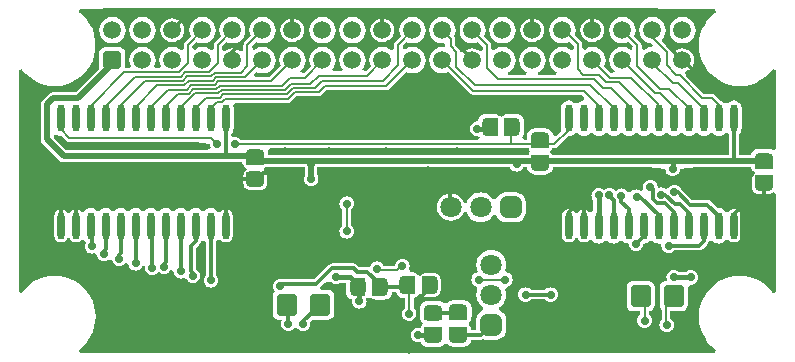
<source format=gbl>
%FSLAX44Y44*%
%MOMM*%
G71*
G01*
G75*
G04 Layer_Physical_Order=2*
G04 Layer_Color=16711680*
G04:AMPARAMS|DCode=10|XSize=1.5mm|YSize=1.3mm|CornerRadius=0.325mm|HoleSize=0mm|Usage=FLASHONLY|Rotation=180.000|XOffset=0mm|YOffset=0mm|HoleType=Round|Shape=RoundedRectangle|*
%AMROUNDEDRECTD10*
21,1,1.5000,0.6500,0,0,180.0*
21,1,0.8500,1.3000,0,0,180.0*
1,1,0.6500,-0.4250,0.3250*
1,1,0.6500,0.4250,0.3250*
1,1,0.6500,0.4250,-0.3250*
1,1,0.6500,-0.4250,-0.3250*
%
%ADD10ROUNDEDRECTD10*%
G04:AMPARAMS|DCode=11|XSize=1.5mm|YSize=1.3mm|CornerRadius=0.325mm|HoleSize=0mm|Usage=FLASHONLY|Rotation=90.000|XOffset=0mm|YOffset=0mm|HoleType=Round|Shape=RoundedRectangle|*
%AMROUNDEDRECTD11*
21,1,1.5000,0.6500,0,0,90.0*
21,1,0.8500,1.3000,0,0,90.0*
1,1,0.6500,0.3250,0.4250*
1,1,0.6500,0.3250,-0.4250*
1,1,0.6500,-0.3250,-0.4250*
1,1,0.6500,-0.3250,0.4250*
%
%ADD11ROUNDEDRECTD11*%
%ADD12O,0.6000X2.2000*%
%ADD13O,0.4500X2.1000*%
G04:AMPARAMS|DCode=14|XSize=1.8mm|YSize=1.65mm|CornerRadius=0.1238mm|HoleSize=0mm|Usage=FLASHONLY|Rotation=90.000|XOffset=0mm|YOffset=0mm|HoleType=Round|Shape=RoundedRectangle|*
%AMROUNDEDRECTD14*
21,1,1.8000,1.4025,0,0,90.0*
21,1,1.5525,1.6500,0,0,90.0*
1,1,0.2475,0.7013,0.7763*
1,1,0.2475,0.7013,-0.7763*
1,1,0.2475,-0.7013,-0.7763*
1,1,0.2475,-0.7013,0.7763*
%
%ADD14ROUNDEDRECTD14*%
G04:AMPARAMS|DCode=15|XSize=1.8mm|YSize=1.65mm|CornerRadius=0.1238mm|HoleSize=0mm|Usage=FLASHONLY|Rotation=180.000|XOffset=0mm|YOffset=0mm|HoleType=Round|Shape=RoundedRectangle|*
%AMROUNDEDRECTD15*
21,1,1.8000,1.4025,0,0,180.0*
21,1,1.5525,1.6500,0,0,180.0*
1,1,0.2475,-0.7763,0.7013*
1,1,0.2475,0.7763,0.7013*
1,1,0.2475,0.7763,-0.7013*
1,1,0.2475,-0.7763,-0.7013*
%
%ADD15ROUNDEDRECTD15*%
%ADD16R,2.4000X1.0000*%
%ADD17R,2.4000X3.3000*%
G04:AMPARAMS|DCode=18|XSize=0.6706mm|YSize=1.0668mm|CornerRadius=0.0838mm|HoleSize=0mm|Usage=FLASHONLY|Rotation=90.000|XOffset=0mm|YOffset=0mm|HoleType=Round|Shape=RoundedRectangle|*
%AMROUNDEDRECTD18*
21,1,0.6706,0.8992,0,0,90.0*
21,1,0.5029,1.0668,0,0,90.0*
1,1,0.1676,0.4496,0.2515*
1,1,0.1676,0.4496,-0.2515*
1,1,0.1676,-0.4496,-0.2515*
1,1,0.1676,-0.4496,0.2515*
%
%ADD18ROUNDEDRECTD18*%
%ADD19C,0.3000*%
%ADD20C,0.4000*%
%ADD21C,0.2000*%
%ADD22R,1.5000X0.6500*%
%ADD23R,0.6500X1.5000*%
%ADD24R,1.2500X1.7500*%
G04:AMPARAMS|DCode=25|XSize=1.8mm|YSize=1.8mm|CornerRadius=0.45mm|HoleSize=0mm|Usage=FLASHONLY|Rotation=180.000|XOffset=0mm|YOffset=0mm|HoleType=Round|Shape=RoundedRectangle|*
%AMROUNDEDRECTD25*
21,1,1.8000,0.9000,0,0,180.0*
21,1,0.9000,1.8000,0,0,180.0*
1,1,0.9000,-0.4500,0.4500*
1,1,0.9000,0.4500,0.4500*
1,1,0.9000,0.4500,-0.4500*
1,1,0.9000,-0.4500,-0.4500*
%
%ADD25ROUNDEDRECTD25*%
%ADD26C,1.8000*%
G04:AMPARAMS|DCode=27|XSize=1.8mm|YSize=1.8mm|CornerRadius=0.45mm|HoleSize=0mm|Usage=FLASHONLY|Rotation=90.000|XOffset=0mm|YOffset=0mm|HoleType=Round|Shape=RoundedRectangle|*
%AMROUNDEDRECTD27*
21,1,1.8000,0.9000,0,0,90.0*
21,1,0.9000,1.8000,0,0,90.0*
1,1,0.9000,0.4500,0.4500*
1,1,0.9000,0.4500,-0.4500*
1,1,0.9000,-0.4500,-0.4500*
1,1,0.9000,-0.4500,0.4500*
%
%ADD27ROUNDEDRECTD27*%
%ADD28C,1.5000*%
G04:AMPARAMS|DCode=29|XSize=1.5mm|YSize=1.5mm|CornerRadius=0.225mm|HoleSize=0mm|Usage=FLASHONLY|Rotation=0.000|XOffset=0mm|YOffset=0mm|HoleType=Round|Shape=RoundedRectangle|*
%AMROUNDEDRECTD29*
21,1,1.5000,1.0500,0,0,0.0*
21,1,1.0500,1.5000,0,0,0.0*
1,1,0.4500,0.5250,-0.5250*
1,1,0.4500,-0.5250,-0.5250*
1,1,0.4500,-0.5250,0.5250*
1,1,0.4500,0.5250,0.5250*
%
%ADD29ROUNDEDRECTD29*%
%ADD30C,0.6500*%
%ADD31C,0.7200*%
%ADD32O,0.6000X2.3000*%
%ADD33C,0.5000*%
%ADD34C,0.1800*%
G36*
X1036844Y888773D02*
X1038438Y888113D01*
X1040150Y887887D01*
X1040738Y887965D01*
X1044852Y883852D01*
X1046009Y883078D01*
X1047375Y882806D01*
X1154275D01*
X1166097Y881250D01*
X1166307Y879658D01*
X1166907Y878210D01*
X1166841Y878112D01*
X1164216Y876098D01*
X1044612D01*
X1034240Y886470D01*
X1034406Y889004D01*
X1034776Y889289D01*
X1035626Y889708D01*
X1036844Y888773D01*
D02*
G37*
G36*
X1592474Y889824D02*
X1593844Y888773D01*
X1595439Y888113D01*
X1597150Y887887D01*
X1598861Y888113D01*
X1600456Y888773D01*
X1601826Y889824D01*
X1602230Y890351D01*
X1604770D01*
X1605174Y889824D01*
X1605772Y889366D01*
Y872098D01*
X1456230D01*
X1456195Y872182D01*
X1455949Y872503D01*
X1455855Y872975D01*
X1455302Y873802D01*
X1454476Y874355D01*
X1455302Y876198D01*
X1455302Y876198D01*
X1455302D01*
X1455855Y877025D01*
X1455949Y877497D01*
X1456091Y877681D01*
X1458000D01*
X1459366Y877953D01*
X1460523Y878727D01*
X1460523Y878727D01*
X1460523Y878727D01*
X1469738Y887942D01*
X1470150Y887887D01*
X1471861Y888113D01*
X1473456Y888773D01*
X1474826Y889824D01*
X1475230Y890351D01*
X1477770D01*
X1478174Y889824D01*
X1479544Y888773D01*
X1481138Y888113D01*
X1482850Y887887D01*
X1484561Y888113D01*
X1486156Y888773D01*
X1487526Y889824D01*
X1487930Y890351D01*
X1490470D01*
X1490874Y889824D01*
X1492244Y888773D01*
X1493839Y888113D01*
X1495550Y887887D01*
X1497261Y888113D01*
X1498856Y888773D01*
X1500226Y889824D01*
X1500630Y890351D01*
X1503170D01*
X1503574Y889824D01*
X1504944Y888773D01*
X1506539Y888113D01*
X1508250Y887887D01*
X1509961Y888113D01*
X1511556Y888773D01*
X1512926Y889824D01*
X1513330Y890351D01*
X1515870D01*
X1516274Y889824D01*
X1517644Y888773D01*
X1519238Y888113D01*
X1520950Y887887D01*
X1522661Y888113D01*
X1524256Y888773D01*
X1525626Y889824D01*
X1526030Y890351D01*
X1528570D01*
X1528974Y889824D01*
X1530344Y888773D01*
X1531938Y888113D01*
X1533650Y887887D01*
X1535361Y888113D01*
X1536956Y888773D01*
X1538326Y889824D01*
X1538730Y890351D01*
X1541270D01*
X1541674Y889824D01*
X1543044Y888773D01*
X1544639Y888113D01*
X1546350Y887887D01*
X1548061Y888113D01*
X1549656Y888773D01*
X1551026Y889824D01*
X1551430Y890351D01*
X1553970D01*
X1554374Y889824D01*
X1555744Y888773D01*
X1557339Y888113D01*
X1559050Y887887D01*
X1560761Y888113D01*
X1562356Y888773D01*
X1563726Y889824D01*
X1564130Y890351D01*
X1566670D01*
X1567074Y889824D01*
X1568444Y888773D01*
X1570038Y888113D01*
X1571750Y887887D01*
X1573461Y888113D01*
X1575056Y888773D01*
X1576426Y889824D01*
X1576830Y890351D01*
X1579370D01*
X1579774Y889824D01*
X1581144Y888773D01*
X1582738Y888113D01*
X1584450Y887887D01*
X1586161Y888113D01*
X1587756Y888773D01*
X1589126Y889824D01*
X1589530Y890351D01*
X1592070D01*
X1592474Y889824D01*
D02*
G37*
G36*
X1436051Y877497D02*
X1436145Y877025D01*
X1436698Y876198D01*
X1437525Y875645D01*
X1437525Y875645D01*
X1436698Y873802D01*
X1436698Y873802D01*
X1436698D01*
X1436145Y872975D01*
X1436051Y872503D01*
X1435805Y872182D01*
X1435770Y872098D01*
X1215865D01*
Y873500D01*
X1215631Y875277D01*
X1215509Y875570D01*
X1216921Y877681D01*
X1435909D01*
X1436051Y877497D01*
D02*
G37*
G36*
X1594779Y992981D02*
X1593953Y992429D01*
X1590553Y989447D01*
X1587571Y986047D01*
X1585058Y982287D01*
X1583058Y978231D01*
X1581604Y973948D01*
X1580722Y969513D01*
X1580426Y965000D01*
X1580722Y960487D01*
X1581604Y956052D01*
X1583058Y951769D01*
X1585058Y947713D01*
X1587571Y943953D01*
X1590553Y940553D01*
X1593953Y937571D01*
X1597713Y935058D01*
X1601769Y933058D01*
X1606052Y931604D01*
X1610487Y930722D01*
X1615000Y930426D01*
X1619513Y930722D01*
X1623948Y931604D01*
X1628231Y933058D01*
X1632287Y935058D01*
X1636047Y937571D01*
X1639447Y940553D01*
X1642429Y943953D01*
X1642981Y944779D01*
X1645412Y944041D01*
Y876972D01*
X1643134Y875849D01*
X1642682Y876195D01*
X1641027Y876881D01*
X1639250Y877115D01*
X1630750D01*
X1628973Y876881D01*
X1627318Y876195D01*
X1625896Y875104D01*
X1624805Y873682D01*
X1624149Y872098D01*
X1613928D01*
Y889366D01*
X1614526Y889824D01*
X1615577Y891194D01*
X1616237Y892788D01*
X1616463Y894500D01*
Y911500D01*
X1616237Y913212D01*
X1615577Y914806D01*
X1614526Y916176D01*
X1613156Y917227D01*
X1611561Y917887D01*
X1609850Y918113D01*
X1608138Y917887D01*
X1606544Y917227D01*
X1605174Y916176D01*
X1604770Y915649D01*
X1602230D01*
X1601826Y916176D01*
X1600456Y917227D01*
X1598861Y917887D01*
X1598751Y917902D01*
X1593951Y922701D01*
X1592827Y923453D01*
X1591500Y923717D01*
X1584686D01*
X1569381Y939021D01*
X1568921Y942518D01*
X1571363Y943530D01*
X1573461Y945139D01*
X1575070Y947237D01*
X1576082Y949679D01*
X1576427Y952300D01*
X1576082Y954921D01*
X1575070Y957363D01*
X1573461Y959461D01*
X1571363Y961070D01*
X1568921Y962082D01*
X1566300Y962427D01*
X1563679Y962082D01*
X1561237Y961070D01*
X1559139Y959461D01*
X1558906Y959156D01*
X1556432Y959733D01*
X1556203Y960887D01*
X1555451Y962012D01*
X1548715Y968747D01*
X1548785Y969815D01*
X1550557Y972124D01*
X1551671Y974814D01*
X1552051Y977700D01*
X1551671Y980586D01*
X1550557Y983276D01*
X1548785Y985585D01*
X1546476Y987357D01*
X1543786Y988471D01*
X1540900Y988851D01*
X1538014Y988471D01*
X1535324Y987357D01*
X1533015Y985585D01*
X1531243Y983276D01*
X1530129Y980586D01*
X1529749Y977700D01*
X1530129Y974814D01*
X1531243Y972124D01*
X1533015Y969815D01*
X1535324Y968043D01*
X1538014Y966929D01*
X1539520Y966730D01*
X1541066Y964715D01*
X1540900Y963451D01*
X1538014Y963071D01*
X1535324Y961957D01*
X1533995Y960937D01*
X1531717Y962061D01*
Y964950D01*
X1531453Y966277D01*
X1530701Y967401D01*
X1525398Y972705D01*
X1526271Y974814D01*
X1526651Y977700D01*
X1526271Y980586D01*
X1525157Y983276D01*
X1523385Y985585D01*
X1521076Y987357D01*
X1518386Y988471D01*
X1515500Y988851D01*
X1512614Y988471D01*
X1509924Y987357D01*
X1507615Y985585D01*
X1505843Y983276D01*
X1504729Y980586D01*
X1504349Y977700D01*
X1504729Y974814D01*
X1505843Y972124D01*
X1507615Y969815D01*
X1509924Y968043D01*
X1512614Y966929D01*
X1515500Y966549D01*
X1518386Y966929D01*
X1520495Y967802D01*
X1524267Y964031D01*
X1523853Y961525D01*
X1522505Y960860D01*
X1521076Y961957D01*
X1518386Y963071D01*
X1515500Y963451D01*
X1512614Y963071D01*
X1509924Y961957D01*
X1507615Y960185D01*
X1505843Y957876D01*
X1504729Y955186D01*
X1504349Y952300D01*
X1504729Y949414D01*
X1505843Y946724D01*
X1507615Y944415D01*
X1508974Y943372D01*
X1508469Y941884D01*
X1505995Y941307D01*
X1499998Y947305D01*
X1500871Y949414D01*
X1501251Y952300D01*
X1500871Y955186D01*
X1499757Y957876D01*
X1497985Y960185D01*
X1495676Y961957D01*
X1492986Y963071D01*
X1490100Y963451D01*
X1487214Y963071D01*
X1484524Y961957D01*
X1483495Y961167D01*
X1481217Y962291D01*
Y966000D01*
X1480953Y967327D01*
X1480201Y968451D01*
X1474993Y973659D01*
X1475471Y974814D01*
X1475851Y977700D01*
X1475471Y980586D01*
X1474357Y983276D01*
X1472585Y985585D01*
X1470276Y987357D01*
X1467586Y988471D01*
X1464700Y988851D01*
X1461814Y988471D01*
X1459124Y987357D01*
X1456815Y985585D01*
X1455043Y983276D01*
X1453929Y980586D01*
X1453549Y977700D01*
X1453929Y974814D01*
X1455043Y972124D01*
X1456815Y969815D01*
X1459124Y968043D01*
X1461814Y966929D01*
X1464700Y966549D01*
X1467586Y966929D01*
X1470276Y968043D01*
X1470575Y968272D01*
X1474283Y964564D01*
Y961754D01*
X1472005Y960630D01*
X1470276Y961957D01*
X1467586Y963071D01*
X1464700Y963451D01*
X1461814Y963071D01*
X1459124Y961957D01*
X1456815Y960185D01*
X1455043Y957876D01*
X1453929Y955186D01*
X1453549Y952300D01*
X1453929Y949414D01*
X1455043Y946724D01*
X1456815Y944415D01*
X1459124Y942643D01*
X1460174Y942208D01*
X1459678Y939717D01*
X1444321D01*
X1443826Y942208D01*
X1444876Y942643D01*
X1447185Y944415D01*
X1448957Y946724D01*
X1450071Y949414D01*
X1450451Y952300D01*
X1450071Y955186D01*
X1448957Y957876D01*
X1447185Y960185D01*
X1444876Y961957D01*
X1442186Y963071D01*
X1439300Y963451D01*
X1436414Y963071D01*
X1433724Y961957D01*
X1431415Y960185D01*
X1429643Y957876D01*
X1428529Y955186D01*
X1428149Y952300D01*
X1428529Y949414D01*
X1429643Y946724D01*
X1431415Y944415D01*
X1433724Y942643D01*
X1434774Y942208D01*
X1434279Y939717D01*
X1418921D01*
X1418426Y942208D01*
X1419476Y942643D01*
X1421785Y944415D01*
X1423557Y946724D01*
X1424671Y949414D01*
X1425051Y952300D01*
X1424671Y955186D01*
X1423557Y957876D01*
X1421785Y960185D01*
X1419476Y961957D01*
X1416786Y963071D01*
X1413900Y963451D01*
X1411014Y963071D01*
X1408324Y961957D01*
X1406745Y960745D01*
X1404467Y961869D01*
Y965200D01*
X1404203Y966527D01*
X1403451Y967651D01*
X1398398Y972705D01*
X1399271Y974814D01*
X1399651Y977700D01*
X1399271Y980586D01*
X1398157Y983276D01*
X1396385Y985585D01*
X1394076Y987357D01*
X1391386Y988471D01*
X1388500Y988851D01*
X1385614Y988471D01*
X1382924Y987357D01*
X1380615Y985585D01*
X1378843Y983276D01*
X1377729Y980586D01*
X1377349Y977700D01*
X1377729Y974814D01*
X1378843Y972124D01*
X1380615Y969815D01*
X1382924Y968043D01*
X1385614Y966929D01*
X1388500Y966549D01*
X1391386Y966929D01*
X1393495Y967802D01*
X1397533Y963764D01*
Y960898D01*
X1397524Y960890D01*
X1395255Y959772D01*
X1393563Y961070D01*
X1391121Y962082D01*
X1388500Y962427D01*
X1385879Y962082D01*
X1383437Y961070D01*
X1381339Y959461D01*
X1381178Y959250D01*
X1379334Y959250D01*
X1378424Y959462D01*
X1378203Y960577D01*
X1377451Y961701D01*
X1373717Y965436D01*
Y970550D01*
X1373453Y971877D01*
X1372960Y972614D01*
X1373871Y974814D01*
X1374251Y977700D01*
X1373871Y980586D01*
X1372757Y983276D01*
X1370985Y985585D01*
X1368676Y987357D01*
X1365986Y988471D01*
X1363100Y988851D01*
X1360214Y988471D01*
X1357524Y987357D01*
X1355215Y985585D01*
X1353443Y983276D01*
X1352329Y980586D01*
X1351949Y977700D01*
X1352329Y974814D01*
X1353443Y972124D01*
X1355215Y969815D01*
X1357524Y968043D01*
X1360214Y966929D01*
X1363100Y966549D01*
X1364874Y966782D01*
X1365654Y966098D01*
X1364996Y963645D01*
X1363657Y963378D01*
X1363100Y963451D01*
X1360214Y963071D01*
X1357524Y961957D01*
X1355215Y960185D01*
X1353443Y957876D01*
X1352329Y955186D01*
X1351949Y952300D01*
X1352329Y949414D01*
X1353443Y946724D01*
X1355215Y944415D01*
X1357524Y942643D01*
X1360214Y941529D01*
X1363100Y941149D01*
X1365986Y941529D01*
X1368095Y942402D01*
X1386449Y924049D01*
X1387573Y923297D01*
X1388900Y923033D01*
X1481314D01*
X1483244Y921104D01*
X1482850Y918113D01*
X1481138Y917887D01*
X1479544Y917227D01*
X1478174Y916176D01*
X1477770Y915649D01*
X1475230D01*
X1474826Y916176D01*
X1473456Y917227D01*
X1471861Y917887D01*
X1470150Y918113D01*
X1468439Y917887D01*
X1466844Y917227D01*
X1465474Y916176D01*
X1464423Y914806D01*
X1463763Y913212D01*
X1463537Y911500D01*
Y894500D01*
X1463763Y892788D01*
X1463976Y892273D01*
X1459417Y887714D01*
X1457012Y888530D01*
X1456881Y889527D01*
X1456195Y891182D01*
X1455104Y892604D01*
X1453682Y893695D01*
X1452027Y894381D01*
X1450250Y894615D01*
X1441750D01*
X1439973Y894381D01*
X1438318Y893695D01*
X1436896Y892604D01*
X1435805Y891182D01*
X1435119Y889527D01*
X1434885Y887750D01*
Y884819D01*
X1432015D01*
X1430892Y887097D01*
X1431445Y887818D01*
X1432131Y889473D01*
X1432365Y891250D01*
Y899750D01*
X1432131Y901527D01*
X1431445Y903182D01*
X1430354Y904604D01*
X1428932Y905695D01*
X1427277Y906381D01*
X1425500Y906615D01*
X1419000D01*
X1417223Y906381D01*
X1415568Y905695D01*
X1415247Y905449D01*
X1414775Y905355D01*
X1413948Y904802D01*
X1413395Y903976D01*
X1411552Y904802D01*
X1411552Y904802D01*
Y904802D01*
X1410726Y905355D01*
X1410253Y905449D01*
X1409932Y905695D01*
X1408277Y906381D01*
X1406500Y906615D01*
X1400000D01*
X1398223Y906381D01*
X1396568Y905695D01*
X1395146Y904604D01*
X1394055Y903182D01*
X1393369Y901527D01*
X1393276Y900820D01*
X1392736Y900405D01*
X1391143Y900196D01*
X1389659Y899581D01*
X1388385Y898603D01*
X1387407Y897329D01*
X1386793Y895845D01*
X1386583Y894253D01*
X1386793Y892660D01*
X1387407Y891177D01*
X1388385Y889902D01*
X1389659Y888924D01*
X1391143Y888310D01*
X1392736Y888100D01*
X1394608Y887097D01*
X1393485Y884819D01*
X1192201D01*
X1191601Y885601D01*
X1190326Y886578D01*
X1188842Y887193D01*
X1187250Y887403D01*
X1185838Y887217D01*
X1183928Y888891D01*
X1184526Y889824D01*
X1184526D01*
X1185577Y891194D01*
X1186237Y892788D01*
X1186462Y894500D01*
Y911500D01*
X1186237Y913212D01*
X1186014Y913751D01*
X1187425Y915863D01*
X1232329D01*
X1233656Y916127D01*
X1234781Y916878D01*
X1234781Y916878D01*
X1234781Y916878D01*
X1239436Y921533D01*
X1258250D01*
X1259577Y921797D01*
X1260701Y922549D01*
X1260701Y922549D01*
X1260701Y922549D01*
X1264936Y926783D01*
X1315650D01*
X1316977Y927047D01*
X1318101Y927799D01*
X1318101Y927799D01*
X1318101Y927799D01*
X1332705Y942402D01*
X1334814Y941529D01*
X1337700Y941149D01*
X1340586Y941529D01*
X1343276Y942643D01*
X1345585Y944415D01*
X1347357Y946724D01*
X1348471Y949414D01*
X1348851Y952300D01*
X1348471Y955186D01*
X1347357Y957876D01*
X1345585Y960185D01*
X1343276Y961957D01*
X1340586Y963071D01*
X1337700Y963451D01*
X1334814Y963071D01*
X1332124Y961957D01*
X1331245Y961282D01*
X1329812Y961989D01*
X1329398Y964495D01*
X1332705Y967802D01*
X1334814Y966929D01*
X1337700Y966549D01*
X1340586Y966929D01*
X1343276Y968043D01*
X1345585Y969815D01*
X1347357Y972124D01*
X1348471Y974814D01*
X1348851Y977700D01*
X1348471Y980586D01*
X1347357Y983276D01*
X1345585Y985585D01*
X1343276Y987357D01*
X1340586Y988471D01*
X1337700Y988851D01*
X1334814Y988471D01*
X1332124Y987357D01*
X1329815Y985585D01*
X1328043Y983276D01*
X1326929Y980586D01*
X1326549Y977700D01*
X1326929Y974814D01*
X1327802Y972705D01*
X1323049Y967951D01*
X1322297Y966827D01*
X1322033Y965500D01*
Y961638D01*
X1319755Y960515D01*
X1317876Y961957D01*
X1315186Y963071D01*
X1312300Y963451D01*
X1309414Y963071D01*
X1306724Y961957D01*
X1304415Y960185D01*
X1302643Y957876D01*
X1301529Y955186D01*
X1301149Y952300D01*
X1301529Y949414D01*
X1302402Y947305D01*
X1298378Y943280D01*
X1295872Y943694D01*
X1295230Y944995D01*
X1296557Y946724D01*
X1297671Y949414D01*
X1298051Y952300D01*
X1297671Y955186D01*
X1296557Y957876D01*
X1294785Y960185D01*
X1292476Y961957D01*
X1289786Y963071D01*
X1286900Y963451D01*
X1284014Y963071D01*
X1281324Y961957D01*
X1279015Y960185D01*
X1277243Y957876D01*
X1276129Y955186D01*
X1275749Y952300D01*
X1276129Y949414D01*
X1277243Y946724D01*
X1278570Y944995D01*
X1277446Y942717D01*
X1270954D01*
X1269830Y944995D01*
X1271157Y946724D01*
X1272271Y949414D01*
X1272651Y952300D01*
X1272271Y955186D01*
X1271157Y957876D01*
X1269385Y960185D01*
X1267076Y961957D01*
X1264386Y963071D01*
X1261500Y963451D01*
X1258614Y963071D01*
X1255924Y961957D01*
X1253615Y960185D01*
X1251843Y957876D01*
X1250729Y955186D01*
X1250349Y952300D01*
X1250729Y949414D01*
X1251602Y947305D01*
X1245605Y941307D01*
X1243131Y941884D01*
X1242626Y943372D01*
X1243985Y944415D01*
X1245757Y946724D01*
X1246871Y949414D01*
X1247251Y952300D01*
X1246871Y955186D01*
X1245757Y957876D01*
X1243985Y960185D01*
X1241676Y961957D01*
X1238986Y963071D01*
X1236100Y963451D01*
X1233214Y963071D01*
X1230524Y961957D01*
X1228215Y960185D01*
X1226443Y957876D01*
X1225329Y955186D01*
X1224949Y952300D01*
X1225329Y949414D01*
X1226202Y947305D01*
X1216564Y937667D01*
X1204288D01*
X1203316Y940013D01*
X1205705Y942402D01*
X1207814Y941529D01*
X1210700Y941149D01*
X1213586Y941529D01*
X1216276Y942643D01*
X1218585Y944415D01*
X1220357Y946724D01*
X1221471Y949414D01*
X1221851Y952300D01*
X1221471Y955186D01*
X1220357Y957876D01*
X1218585Y960185D01*
X1216276Y961957D01*
X1213586Y963071D01*
X1210700Y963451D01*
X1207814Y963071D01*
X1205124Y961957D01*
X1203745Y960899D01*
X1202389Y961567D01*
X1201976Y964073D01*
X1205705Y967802D01*
X1207814Y966929D01*
X1210700Y966549D01*
X1213586Y966929D01*
X1216276Y968043D01*
X1218585Y969815D01*
X1220357Y972124D01*
X1221471Y974814D01*
X1221851Y977700D01*
X1221471Y980586D01*
X1220357Y983276D01*
X1218585Y985585D01*
X1216276Y987357D01*
X1213586Y988471D01*
X1210700Y988851D01*
X1207814Y988471D01*
X1205124Y987357D01*
X1202815Y985585D01*
X1201043Y983276D01*
X1199929Y980586D01*
X1199549Y977700D01*
X1199929Y974814D01*
X1200802Y972705D01*
X1195549Y967451D01*
X1194797Y966327D01*
X1194533Y965000D01*
Y961051D01*
X1193404Y960185D01*
X1192255Y959618D01*
X1190363Y961070D01*
X1187921Y962082D01*
X1185300Y962427D01*
X1182679Y962082D01*
X1180237Y961070D01*
X1178745Y959925D01*
X1176467Y961049D01*
Y963964D01*
X1180305Y967802D01*
X1182414Y966929D01*
X1185300Y966549D01*
X1188186Y966929D01*
X1190876Y968043D01*
X1193185Y969815D01*
X1194957Y972124D01*
X1196071Y974814D01*
X1196451Y977700D01*
X1196071Y980586D01*
X1194957Y983276D01*
X1193185Y985585D01*
X1190876Y987357D01*
X1188186Y988471D01*
X1185300Y988851D01*
X1182414Y988471D01*
X1179724Y987357D01*
X1177415Y985585D01*
X1175643Y983276D01*
X1174529Y980586D01*
X1174149Y977700D01*
X1174529Y974814D01*
X1175402Y972705D01*
X1170549Y967851D01*
X1169797Y966727D01*
X1169533Y965400D01*
Y961715D01*
X1167255Y960592D01*
X1165476Y961957D01*
X1162786Y963071D01*
X1159900Y963451D01*
X1157014Y963071D01*
X1154324Y961957D01*
X1153245Y961129D01*
X1151843Y961820D01*
X1151429Y964326D01*
X1154905Y967802D01*
X1157014Y966929D01*
X1159900Y966549D01*
X1162786Y966929D01*
X1165476Y968043D01*
X1167785Y969815D01*
X1169557Y972124D01*
X1170671Y974814D01*
X1171051Y977700D01*
X1170671Y980586D01*
X1169557Y983276D01*
X1167785Y985585D01*
X1165476Y987357D01*
X1162786Y988471D01*
X1159900Y988851D01*
X1157014Y988471D01*
X1154324Y987357D01*
X1152015Y985585D01*
X1150243Y983276D01*
X1149129Y980586D01*
X1148749Y977700D01*
X1149129Y974814D01*
X1150002Y972705D01*
X1145049Y967751D01*
X1144297Y966627D01*
X1144033Y965300D01*
Y961792D01*
X1141755Y960669D01*
X1140076Y961957D01*
X1137386Y963071D01*
X1134500Y963451D01*
X1131614Y963071D01*
X1128924Y961957D01*
X1126615Y960185D01*
X1124843Y957876D01*
X1123729Y955186D01*
X1123349Y952300D01*
X1123729Y949414D01*
X1124510Y947529D01*
X1123098Y945417D01*
X1120502D01*
X1119090Y947529D01*
X1119871Y949414D01*
X1120251Y952300D01*
X1119871Y955186D01*
X1118757Y957876D01*
X1116985Y960185D01*
X1114676Y961957D01*
X1111986Y963071D01*
X1109100Y963451D01*
X1106214Y963071D01*
X1103524Y961957D01*
X1101215Y960185D01*
X1099443Y957876D01*
X1098329Y955186D01*
X1097949Y952300D01*
X1098329Y949414D01*
X1099109Y947529D01*
X1097698Y945417D01*
X1094685D01*
X1094806Y947050D01*
D01*
D01*
X1094806Y947050D01*
X1094806D01*
D01*
D01*
D01*
Y957550D01*
X1094606Y959066D01*
X1094022Y960478D01*
X1093091Y961691D01*
X1091878Y962622D01*
X1090466Y963206D01*
X1088950Y963406D01*
X1078450D01*
X1076934Y963206D01*
X1075522Y962622D01*
X1074309Y961691D01*
X1073379Y960478D01*
X1072794Y959066D01*
X1072594Y957550D01*
Y947050D01*
X1072794Y945534D01*
X1072949Y945159D01*
X1052888Y925098D01*
X1033250D01*
X1031623Y924774D01*
X1031299Y924710D01*
X1029645Y923605D01*
X1024645Y918605D01*
X1023540Y916951D01*
X1023152Y915000D01*
Y885250D01*
X1023540Y883299D01*
X1024645Y881645D01*
X1038895Y867395D01*
X1040549Y866290D01*
X1042500Y865902D01*
X1193780D01*
X1193869Y865223D01*
X1194555Y863568D01*
X1194801Y863246D01*
X1194895Y862775D01*
X1195448Y861948D01*
X1196275Y861395D01*
X1196275Y861395D01*
X1196275D01*
X1197580Y859558D01*
X1197580Y859557D01*
X1197580D01*
X1196370Y858630D01*
X1195442Y857420D01*
X1194859Y856012D01*
X1194660Y854500D01*
Y848000D01*
X1194859Y846488D01*
X1195442Y845080D01*
X1196370Y843870D01*
X1197580Y842943D01*
X1198988Y842359D01*
X1200500Y842160D01*
X1209000D01*
X1210511Y842359D01*
X1211920Y842943D01*
X1213130Y843870D01*
X1214057Y845080D01*
X1214641Y846488D01*
X1214840Y848000D01*
Y854500D01*
X1214641Y856012D01*
X1214057Y857420D01*
X1213130Y858630D01*
X1211920Y859557D01*
X1211920Y859558D01*
X1211920D01*
X1213226Y861395D01*
X1213226D01*
X1213226Y861395D01*
X1213984Y861902D01*
X1246224D01*
X1246422Y861424D01*
X1246652Y861124D01*
Y854423D01*
X1246118Y853134D01*
X1245909Y851542D01*
X1246118Y849949D01*
X1246733Y848465D01*
X1247710Y847191D01*
X1248985Y846213D01*
X1250469Y845599D01*
X1252061Y845389D01*
X1253653Y845599D01*
X1255137Y846213D01*
X1256412Y847191D01*
X1257389Y848465D01*
X1258004Y849949D01*
X1258214Y851542D01*
X1258004Y853134D01*
X1257389Y854618D01*
X1256848Y855323D01*
Y861124D01*
X1257078Y861424D01*
X1257277Y861902D01*
X1420267D01*
X1420672Y860924D01*
X1421649Y859649D01*
X1422924Y858672D01*
X1424408Y858057D01*
X1426000Y857847D01*
X1427592Y858057D01*
X1429076Y858672D01*
X1430351Y859649D01*
X1431328Y860924D01*
X1431734Y861902D01*
X1434931D01*
X1435119Y860473D01*
X1435805Y858818D01*
X1436896Y857396D01*
X1438318Y856305D01*
X1439973Y855619D01*
X1441750Y855385D01*
X1450250D01*
X1452027Y855619D01*
X1453682Y856305D01*
X1455104Y857396D01*
X1456195Y858818D01*
X1456881Y860473D01*
X1457069Y861902D01*
X1537400D01*
X1551847Y860000D01*
X1552057Y858408D01*
X1552672Y856924D01*
X1553649Y855649D01*
X1554924Y854672D01*
X1556408Y854057D01*
X1558000Y853847D01*
X1559592Y854057D01*
X1561076Y854672D01*
X1562350Y855649D01*
X1563328Y856924D01*
X1563943Y858408D01*
X1564153Y860000D01*
X1578600Y861902D01*
X1624149D01*
X1624805Y860318D01*
X1625051Y859997D01*
X1625145Y859525D01*
X1625698Y858698D01*
X1626525Y858145D01*
X1626525Y858145D01*
X1626525D01*
X1627830Y856308D01*
X1627830Y856308D01*
X1627830D01*
X1626620Y855379D01*
X1625692Y854170D01*
X1625109Y852762D01*
X1624910Y851250D01*
Y844750D01*
X1625109Y843239D01*
X1625692Y841830D01*
X1626620Y840620D01*
X1627830Y839693D01*
X1629238Y839109D01*
X1630750Y838910D01*
X1639250D01*
X1640762Y839109D01*
X1642170Y839693D01*
X1643134Y840432D01*
X1644509Y839754D01*
X1645412Y839061D01*
Y755959D01*
X1642981Y755221D01*
X1642429Y756047D01*
X1639447Y759447D01*
X1636047Y762429D01*
X1632287Y764942D01*
X1628231Y766942D01*
X1623948Y768396D01*
X1619513Y769278D01*
X1615000Y769574D01*
X1610487Y769278D01*
X1606052Y768396D01*
X1601769Y766942D01*
X1597713Y764942D01*
X1593953Y762429D01*
X1590553Y759447D01*
X1587571Y756047D01*
X1585058Y752287D01*
X1583058Y748231D01*
X1581604Y743948D01*
X1580722Y739513D01*
X1580426Y735000D01*
X1580722Y730487D01*
X1581604Y726052D01*
X1583058Y721769D01*
X1585058Y717713D01*
X1587571Y713953D01*
X1590553Y710553D01*
X1593953Y707571D01*
X1594779Y707019D01*
X1594041Y704588D01*
X1055959D01*
X1055221Y707019D01*
X1056047Y707571D01*
X1059447Y710553D01*
X1062429Y713953D01*
X1064942Y717713D01*
X1066942Y721769D01*
X1068396Y726052D01*
X1069278Y730487D01*
X1069574Y735000D01*
X1069278Y739513D01*
X1068396Y743948D01*
X1066942Y748231D01*
X1064942Y752287D01*
X1062429Y756047D01*
X1059447Y759447D01*
X1056047Y762429D01*
X1052287Y764942D01*
X1048231Y766942D01*
X1043948Y768396D01*
X1039513Y769278D01*
X1035000Y769574D01*
X1030487Y769278D01*
X1026052Y768396D01*
X1021769Y766942D01*
X1017713Y764942D01*
X1013953Y762429D01*
X1010553Y759447D01*
X1007571Y756047D01*
X1007019Y755221D01*
X1004588Y755959D01*
Y944041D01*
X1007019Y944779D01*
X1007571Y943953D01*
X1010553Y940553D01*
X1013953Y937571D01*
X1017713Y935058D01*
X1021769Y933058D01*
X1026052Y931604D01*
X1030487Y930722D01*
X1035000Y930426D01*
X1039513Y930722D01*
X1043948Y931604D01*
X1048231Y933058D01*
X1052287Y935058D01*
X1056047Y937571D01*
X1059447Y940553D01*
X1062429Y943953D01*
X1064942Y947713D01*
X1066942Y951769D01*
X1068396Y956052D01*
X1069278Y960487D01*
X1069574Y965000D01*
X1069278Y969513D01*
X1068396Y973948D01*
X1066942Y978231D01*
X1064942Y982287D01*
X1062429Y986047D01*
X1059447Y989447D01*
X1056047Y992429D01*
X1055221Y992981D01*
X1055959Y995412D01*
X1594041D01*
X1594779Y992981D01*
D02*
G37*
%LPC*%
G36*
X1167150Y827113D02*
X1165439Y826887D01*
X1163844Y826227D01*
X1162474Y825176D01*
X1162070Y824649D01*
X1159530D01*
X1159126Y825176D01*
X1157756Y826227D01*
X1156161Y826887D01*
X1154450Y827113D01*
X1152738Y826887D01*
X1151144Y826227D01*
X1149774Y825176D01*
X1149370Y824649D01*
X1146830D01*
X1146426Y825176D01*
X1145056Y826227D01*
X1143461Y826887D01*
X1141750Y827113D01*
X1140039Y826887D01*
X1138444Y826227D01*
X1137074Y825176D01*
X1136670Y824649D01*
X1134130D01*
X1133726Y825176D01*
X1132356Y826227D01*
X1130761Y826887D01*
X1129050Y827113D01*
X1127338Y826887D01*
X1125744Y826227D01*
X1124374Y825176D01*
X1123970Y824649D01*
X1121430D01*
X1121026Y825176D01*
X1119656Y826227D01*
X1118061Y826887D01*
X1116350Y827113D01*
X1114639Y826887D01*
X1113044Y826227D01*
X1111674Y825176D01*
X1111270Y824649D01*
X1108730D01*
X1108326Y825176D01*
X1106956Y826227D01*
X1105361Y826887D01*
X1103650Y827113D01*
X1101938Y826887D01*
X1100344Y826227D01*
X1098974Y825176D01*
X1098570Y824649D01*
X1096030D01*
X1095626Y825176D01*
X1094256Y826227D01*
X1092661Y826887D01*
X1090950Y827113D01*
X1089239Y826887D01*
X1087644Y826227D01*
X1086274Y825176D01*
X1085870Y824649D01*
X1083330D01*
X1082926Y825176D01*
X1081556Y826227D01*
X1079961Y826887D01*
X1078250Y827113D01*
X1076538Y826887D01*
X1074944Y826227D01*
X1073574Y825176D01*
X1073170Y824649D01*
X1070630D01*
X1070226Y825176D01*
X1068856Y826227D01*
X1067261Y826887D01*
X1065550Y827113D01*
X1063839Y826887D01*
X1062244Y826227D01*
X1060874Y825176D01*
X1059830Y823814D01*
X1057290D01*
X1056801Y824451D01*
X1055644Y825339D01*
X1054296Y825897D01*
X1052850Y826088D01*
X1051404Y825897D01*
X1050056Y825339D01*
X1048899Y824451D01*
X1048011Y823294D01*
X1047770Y822712D01*
X1045230D01*
X1044989Y823294D01*
X1044101Y824451D01*
X1042944Y825339D01*
X1041596Y825897D01*
X1040150Y826088D01*
X1038704Y825897D01*
X1037356Y825339D01*
X1036199Y824451D01*
X1035311Y823294D01*
X1034753Y821946D01*
X1034562Y820500D01*
Y803500D01*
X1034753Y802054D01*
X1035311Y800706D01*
X1036199Y799549D01*
X1037356Y798661D01*
X1038704Y798103D01*
X1040150Y797912D01*
X1041596Y798103D01*
X1042944Y798661D01*
X1044101Y799549D01*
X1044989Y800706D01*
X1045230Y801288D01*
X1047770D01*
X1048011Y800706D01*
X1048899Y799549D01*
X1050056Y798661D01*
X1051404Y798103D01*
X1052850Y797912D01*
X1054296Y798103D01*
X1055644Y798661D01*
X1056801Y799549D01*
X1057290Y800185D01*
X1059830D01*
X1060874Y798824D01*
X1061664Y798218D01*
X1061172Y797576D01*
X1060557Y796092D01*
X1060347Y794500D01*
X1060557Y792908D01*
X1061172Y791424D01*
X1062149Y790149D01*
X1063424Y789172D01*
X1064908Y788557D01*
X1066500Y788347D01*
X1068092Y788557D01*
X1068288Y788638D01*
X1070488Y787368D01*
X1070610Y786446D01*
X1071224Y784962D01*
X1072202Y783688D01*
X1073476Y782710D01*
X1074960Y782095D01*
X1076553Y781886D01*
X1078145Y782095D01*
X1079629Y782710D01*
X1080903Y783688D01*
X1081082Y783921D01*
X1083536Y783264D01*
X1083610Y782696D01*
X1084225Y781212D01*
X1085203Y779938D01*
X1086477Y778960D01*
X1087961Y778345D01*
X1089553Y778136D01*
X1091146Y778345D01*
X1092629Y778960D01*
X1093904Y779938D01*
X1094882Y781212D01*
X1095256Y781313D01*
X1095095Y781269D01*
X1097208Y779860D01*
X1097361Y778696D01*
X1097975Y777212D01*
X1098953Y775938D01*
X1100228Y774960D01*
X1101711Y774345D01*
X1103304Y774136D01*
X1104896Y774345D01*
X1106380Y774960D01*
X1107654Y775938D01*
X1108632Y777212D01*
X1109099Y778339D01*
X1111544Y777684D01*
X1111544D01*
X1111553Y777682D01*
X1111402Y776538D01*
X1111612Y774946D01*
X1112226Y773462D01*
X1113204Y772187D01*
X1114478Y771210D01*
X1115962Y770595D01*
X1117554Y770385D01*
X1119147Y770595D01*
X1120631Y771210D01*
X1121905Y772187D01*
Y772187D01*
X1123204Y772937D01*
X1124479Y771960D01*
X1125963Y771345D01*
X1127555Y771135D01*
X1129147Y771345D01*
X1130631Y771960D01*
X1131906Y772937D01*
X1132883Y774212D01*
X1132984Y774454D01*
X1135437Y773796D01*
X1135403Y773538D01*
X1135613Y771945D01*
X1136227Y770462D01*
X1137205Y769187D01*
X1138479Y768209D01*
X1139963Y767595D01*
X1141556Y767385D01*
X1143148Y767595D01*
X1144018Y767955D01*
X1146365Y766983D01*
X1146478Y766711D01*
X1147456Y765437D01*
X1148730Y764459D01*
X1150214Y763845D01*
X1151806Y763635D01*
X1153399Y763845D01*
X1154883Y764459D01*
X1156157Y765437D01*
X1157134Y766711D01*
X1157749Y768195D01*
X1157959Y769788D01*
X1157749Y771380D01*
X1157134Y772864D01*
X1156157Y774138D01*
X1154883Y775116D01*
X1154328Y775345D01*
Y793061D01*
X1157334Y796066D01*
X1158218Y797389D01*
X1158269Y797648D01*
X1158391Y798261D01*
X1159126Y798824D01*
X1159530Y799351D01*
X1162070D01*
X1162474Y798824D01*
X1163072Y798366D01*
Y770418D01*
X1162706Y770138D01*
X1161729Y768864D01*
X1161114Y767380D01*
X1160904Y765787D01*
X1161114Y764195D01*
X1161729Y762711D01*
X1162706Y761437D01*
X1163981Y760459D01*
X1165464Y759844D01*
X1167057Y759635D01*
X1168649Y759844D01*
X1170133Y760459D01*
X1171407Y761437D01*
X1172385Y762711D01*
X1173000Y764195D01*
X1173210Y765787D01*
X1173000Y767380D01*
X1172385Y768864D01*
X1171407Y770138D01*
X1171228Y770275D01*
Y798366D01*
X1171826Y798824D01*
X1172870Y800185D01*
X1175410D01*
X1175899Y799549D01*
X1177056Y798661D01*
X1178404Y798103D01*
X1179850Y797912D01*
X1181296Y798103D01*
X1182644Y798661D01*
X1183801Y799549D01*
X1184689Y800706D01*
X1185247Y802054D01*
X1185438Y803500D01*
Y820500D01*
X1185247Y821946D01*
X1184689Y823294D01*
X1183801Y824451D01*
X1182644Y825339D01*
X1181296Y825897D01*
X1179850Y826088D01*
X1178404Y825897D01*
X1177056Y825339D01*
X1175899Y824451D01*
X1175410Y823814D01*
X1172870D01*
X1171826Y825176D01*
X1170456Y826227D01*
X1168861Y826887D01*
X1167150Y827113D01*
D02*
G37*
G36*
X1282063Y836943D02*
X1280470Y836733D01*
X1278986Y836119D01*
X1277712Y835141D01*
X1276734Y833867D01*
X1276120Y832383D01*
X1275910Y830790D01*
X1276120Y829198D01*
X1276734Y827714D01*
X1277712Y826440D01*
X1278494Y825840D01*
Y812240D01*
X1277712Y811640D01*
X1276734Y810366D01*
X1276120Y808882D01*
X1275910Y807289D01*
X1276120Y805697D01*
X1276734Y804213D01*
X1277712Y802939D01*
X1278986Y801961D01*
X1280470Y801346D01*
X1282063Y801137D01*
X1283655Y801346D01*
X1285139Y801961D01*
X1286413Y802939D01*
X1287391Y804213D01*
X1288006Y805697D01*
X1288215Y807289D01*
X1288006Y808882D01*
X1287391Y810366D01*
X1286413Y811640D01*
X1285631Y812240D01*
Y825840D01*
X1286413Y826440D01*
X1287391Y827714D01*
X1288006Y829198D01*
X1288215Y830790D01*
X1288006Y832383D01*
X1287391Y833867D01*
X1286413Y835141D01*
X1285139Y836119D01*
X1283655Y836733D01*
X1282063Y836943D01*
D02*
G37*
G36*
X1425400Y840376D02*
X1416400D01*
X1414297Y840099D01*
X1412337Y839287D01*
X1410654Y837996D01*
X1409363Y836313D01*
X1408665Y834627D01*
X1407067Y834548D01*
X1406030Y834685D01*
X1405990Y834760D01*
X1404421Y836671D01*
X1402509Y838240D01*
X1400328Y839406D01*
X1397961Y840124D01*
X1395500Y840367D01*
X1393039Y840124D01*
X1390672Y839406D01*
X1388490Y838240D01*
X1386579Y836671D01*
X1385010Y834760D01*
X1383844Y832578D01*
X1383563Y831653D01*
X1381026Y831528D01*
X1380180Y833570D01*
X1378330Y835980D01*
X1375920Y837830D01*
X1373112Y838993D01*
X1370100Y839390D01*
X1367088Y838993D01*
X1364280Y837830D01*
X1361870Y835980D01*
X1360020Y833570D01*
X1358857Y830762D01*
X1358461Y827750D01*
X1358857Y824737D01*
X1360020Y821930D01*
X1361870Y819520D01*
X1364280Y817670D01*
X1367088Y816507D01*
X1370100Y816111D01*
X1373112Y816507D01*
X1375920Y817670D01*
X1378330Y819520D01*
X1380180Y821930D01*
X1381026Y823972D01*
X1383563Y823848D01*
X1383844Y822922D01*
X1385010Y820741D01*
X1386579Y818829D01*
X1388490Y817260D01*
X1390672Y816094D01*
X1393039Y815376D01*
X1395500Y815133D01*
X1397961Y815376D01*
X1400328Y816094D01*
X1402509Y817260D01*
X1404421Y818829D01*
X1405990Y820741D01*
X1406030Y820815D01*
X1407067Y820952D01*
X1408665Y820873D01*
X1409363Y819187D01*
X1410654Y817504D01*
X1412337Y816213D01*
X1414297Y815401D01*
X1416400Y815125D01*
X1425400D01*
X1427503Y815401D01*
X1429463Y816213D01*
X1431146Y817504D01*
X1432437Y819187D01*
X1433249Y821147D01*
X1433526Y823250D01*
Y832250D01*
X1433249Y834353D01*
X1432437Y836313D01*
X1431146Y837996D01*
X1429463Y839287D01*
X1427503Y840099D01*
X1425400Y840376D01*
D02*
G37*
G36*
X1490100Y987827D02*
X1487479Y987482D01*
X1485037Y986470D01*
X1482939Y984861D01*
X1481330Y982763D01*
X1480318Y980321D01*
X1479973Y977700D01*
X1480318Y975079D01*
X1481330Y972637D01*
X1482939Y970539D01*
X1485037Y968930D01*
X1487479Y967918D01*
X1490100Y967573D01*
X1492721Y967918D01*
X1495163Y968930D01*
X1497261Y970539D01*
X1498870Y972637D01*
X1499882Y975079D01*
X1500227Y977700D01*
X1499882Y980321D01*
X1498870Y982763D01*
X1497261Y984861D01*
X1495163Y986470D01*
X1492721Y987482D01*
X1490100Y987827D01*
D02*
G37*
G36*
X1539250Y850903D02*
X1537658Y850693D01*
X1536174Y850078D01*
X1534899Y849101D01*
X1533922Y847826D01*
X1533307Y846342D01*
X1533097Y844750D01*
X1533307Y843158D01*
X1533357Y843037D01*
X1531342Y841491D01*
X1530576Y842078D01*
X1529092Y842693D01*
X1527500Y842903D01*
X1525908Y842693D01*
X1524424Y842078D01*
X1523149Y841101D01*
X1522172Y839826D01*
D01*
X1520078Y840576D01*
X1519101Y841851D01*
X1517826Y842828D01*
X1516342Y843443D01*
X1514750Y843653D01*
X1513158Y843443D01*
X1511674Y842828D01*
X1510399Y841851D01*
X1508924Y842141D01*
X1507650Y843119D01*
X1506166Y843734D01*
X1504573Y843943D01*
X1502981Y843734D01*
X1501497Y843119D01*
X1500223Y842141D01*
X1500191Y842101D01*
X1499850D01*
X1498576Y843078D01*
X1497092Y843693D01*
X1495500Y843903D01*
X1493908Y843693D01*
X1492424Y843078D01*
X1491149Y842101D01*
X1490172Y840826D01*
X1489557Y839342D01*
X1489347Y837750D01*
X1489557Y836158D01*
X1490172Y834674D01*
X1490962Y833644D01*
Y825243D01*
X1490874Y825176D01*
X1489830Y823814D01*
X1487290D01*
X1486801Y824451D01*
X1485644Y825339D01*
X1484296Y825897D01*
X1482850Y826088D01*
X1481404Y825897D01*
X1480056Y825339D01*
X1478899Y824451D01*
X1478011Y823294D01*
X1477770Y822712D01*
X1475230D01*
X1474989Y823294D01*
X1474101Y824451D01*
X1472944Y825339D01*
X1471596Y825897D01*
X1470150Y826088D01*
X1468704Y825897D01*
X1467356Y825339D01*
X1466199Y824451D01*
X1465311Y823294D01*
X1464753Y821946D01*
X1464562Y820500D01*
Y803500D01*
X1464753Y802054D01*
X1465311Y800706D01*
X1466199Y799549D01*
X1467356Y798661D01*
X1468704Y798103D01*
X1470150Y797912D01*
X1471596Y798103D01*
X1472944Y798661D01*
X1474101Y799549D01*
X1474989Y800706D01*
X1475230Y801288D01*
X1477770D01*
X1478011Y800706D01*
X1478899Y799549D01*
X1480056Y798661D01*
X1481404Y798103D01*
X1482850Y797912D01*
X1484296Y798103D01*
X1485644Y798661D01*
X1486801Y799549D01*
X1487290Y800185D01*
X1489830D01*
X1490874Y798824D01*
X1492244Y797773D01*
X1493839Y797113D01*
X1495550Y796887D01*
X1497261Y797113D01*
X1498856Y797773D01*
X1500226Y798824D01*
X1500630Y799351D01*
X1503170D01*
X1503574Y798824D01*
X1504944Y797773D01*
X1506539Y797113D01*
X1508250Y796887D01*
X1509961Y797113D01*
X1511556Y797773D01*
X1512926Y798824D01*
X1513330Y799351D01*
X1515870D01*
X1516274Y798824D01*
X1517644Y797773D01*
X1519238Y797113D01*
X1520719Y796918D01*
X1520847Y796750D01*
X1521057Y795158D01*
X1521672Y793674D01*
X1522649Y792399D01*
X1523924Y791422D01*
X1525408Y790807D01*
X1527000Y790597D01*
X1528592Y790807D01*
X1530076Y791422D01*
X1531351Y792399D01*
X1532328Y793674D01*
X1532943Y795158D01*
X1533153Y796750D01*
X1533153Y796750D01*
D01*
X1533650Y796887D01*
X1533650Y796887D01*
Y796887D01*
X1535361Y797113D01*
X1536956Y797773D01*
X1538326Y798824D01*
X1538730Y799351D01*
X1541270D01*
X1541674Y798824D01*
X1543044Y797773D01*
X1544639Y797113D01*
X1546350Y796887D01*
X1548061Y797113D01*
X1548061Y797113D01*
D01*
X1548597Y795250D01*
X1548597Y795250D01*
X1548597D01*
X1548807Y793658D01*
X1549422Y792174D01*
X1550399Y790899D01*
X1551674Y789922D01*
X1553158Y789307D01*
X1554750Y789097D01*
X1556342Y789307D01*
X1557826Y789922D01*
X1559101Y790899D01*
X1559309Y791172D01*
X1580750D01*
X1580750Y791172D01*
X1582052Y791431D01*
X1582311Y791482D01*
X1583634Y792366D01*
X1583634Y792366D01*
X1583634Y792366D01*
X1587334Y796066D01*
X1587334Y796066D01*
X1588218Y797389D01*
X1588269Y797648D01*
X1588391Y798261D01*
X1589126Y798824D01*
X1589530Y799351D01*
X1592070D01*
X1592474Y798824D01*
X1593844Y797773D01*
X1595439Y797113D01*
X1597150Y796887D01*
X1598861Y797113D01*
X1600456Y797773D01*
X1601826Y798824D01*
X1602870Y800185D01*
X1605410D01*
X1605899Y799549D01*
X1607056Y798661D01*
X1608404Y798103D01*
X1609850Y797912D01*
X1611296Y798103D01*
X1612644Y798661D01*
X1613801Y799549D01*
X1614689Y800706D01*
X1615247Y802054D01*
X1615438Y803500D01*
Y820500D01*
X1615247Y821946D01*
X1614689Y823294D01*
X1613801Y824451D01*
X1612644Y825339D01*
X1611296Y825897D01*
X1609850Y826088D01*
X1608404Y825897D01*
X1607056Y825339D01*
X1605899Y824451D01*
X1605410Y823814D01*
X1602870D01*
X1601826Y825176D01*
X1600456Y826227D01*
X1598861Y826887D01*
X1597150Y827113D01*
X1596050Y826968D01*
X1590384Y832634D01*
X1589061Y833518D01*
X1588802Y833569D01*
X1587500Y833828D01*
X1587500Y833828D01*
X1574689D01*
X1565093Y843425D01*
X1564942Y843525D01*
X1564904Y843617D01*
X1563927Y844892D01*
X1562652Y845869D01*
X1561169Y846484D01*
X1559576Y846694D01*
X1557984Y846484D01*
X1556500Y845869D01*
X1555226Y844892D01*
X1554275Y843653D01*
X1551757Y843321D01*
X1551226Y843728D01*
X1549742Y844343D01*
X1548150Y844553D01*
X1546558Y844343D01*
X1545403Y844750D01*
Y844750D01*
X1545193Y846342D01*
X1544578Y847826D01*
X1543601Y849101D01*
X1542326Y850078D01*
X1540842Y850693D01*
X1539250Y850903D01*
D02*
G37*
G36*
X1538013Y765150D02*
X1523987D01*
X1522117Y764778D01*
X1520532Y763718D01*
X1519472Y762133D01*
X1519100Y760263D01*
Y744737D01*
X1519472Y742867D01*
X1520532Y741282D01*
X1522117Y740222D01*
X1523987Y739850D01*
X1530681D01*
Y736701D01*
X1529899Y736101D01*
X1528922Y734826D01*
X1528307Y733342D01*
X1528097Y731750D01*
X1528307Y730158D01*
X1528922Y728674D01*
X1529899Y727399D01*
X1531174Y726422D01*
X1532658Y725807D01*
X1534250Y725597D01*
X1535842Y725807D01*
X1537326Y726422D01*
X1538601Y727399D01*
X1539578Y728674D01*
X1540193Y730158D01*
X1540403Y731750D01*
X1540193Y733342D01*
X1539578Y734826D01*
X1538601Y736101D01*
X1537819Y736701D01*
Y739850D01*
X1538013D01*
X1539883Y740222D01*
X1541468Y741282D01*
X1542528Y742867D01*
X1542900Y744737D01*
Y760263D01*
X1542528Y762133D01*
X1541468Y763718D01*
X1539883Y764778D01*
X1538013Y765150D01*
D02*
G37*
G36*
X1404500Y791767D02*
X1402039Y791524D01*
X1399672Y790806D01*
X1397491Y789640D01*
X1395579Y788071D01*
X1394010Y786160D01*
X1392844Y783978D01*
X1392126Y781611D01*
X1391883Y779150D01*
X1392126Y776689D01*
X1392844Y774322D01*
X1392986Y774056D01*
X1392158Y772443D01*
X1390674Y771828D01*
X1389399Y770851D01*
X1388422Y769576D01*
X1387807Y768092D01*
X1387597Y766500D01*
X1387807Y764908D01*
X1388422Y763424D01*
X1389399Y762149D01*
X1390674Y761172D01*
X1392158Y760557D01*
X1392157D01*
X1392158Y760557D01*
D01*
X1392844Y758578D01*
X1392126Y756211D01*
X1391883Y753750D01*
X1392126Y751289D01*
X1392844Y748922D01*
X1394010Y746740D01*
X1395579Y744829D01*
X1397491Y743260D01*
X1397565Y743220D01*
X1397702Y742183D01*
X1397623Y740585D01*
X1395937Y739887D01*
X1394254Y738596D01*
X1392963Y736913D01*
X1392151Y734953D01*
X1391875Y732850D01*
Y723850D01*
X1391855Y723828D01*
X1387756D01*
X1387631Y724777D01*
X1386945Y726432D01*
X1386699Y726753D01*
X1386605Y727225D01*
X1386052Y728052D01*
X1385225Y728605D01*
X1386052Y730447D01*
X1386052Y730447D01*
X1386052D01*
X1386605Y731274D01*
X1386699Y731747D01*
X1386945Y732068D01*
X1387631Y733723D01*
X1387865Y735500D01*
Y742000D01*
X1387631Y743777D01*
X1386945Y745432D01*
X1385854Y746854D01*
X1384432Y747945D01*
X1382777Y748631D01*
X1381000Y748865D01*
X1372500D01*
X1370723Y748631D01*
X1369068Y747945D01*
X1367646Y746854D01*
X1367174Y746239D01*
X1364634D01*
X1364354Y746604D01*
X1362932Y747695D01*
X1361277Y748381D01*
X1359500Y748615D01*
X1351000D01*
X1349223Y748381D01*
X1347568Y747695D01*
X1346146Y746604D01*
X1345055Y745182D01*
X1344369Y743527D01*
X1344135Y741750D01*
Y735250D01*
X1344369Y733473D01*
X1345055Y731818D01*
X1345301Y731497D01*
X1345395Y731025D01*
X1345947Y730198D01*
X1346774Y729645D01*
X1346774Y729645D01*
X1345947Y727803D01*
X1345947Y727803D01*
X1345947D01*
X1345395Y726976D01*
X1345301Y726503D01*
X1345055Y726182D01*
X1344653Y725211D01*
X1344092Y725443D01*
X1342500Y725653D01*
X1340908Y725443D01*
X1339424Y724828D01*
X1338149Y723850D01*
X1337172Y722576D01*
X1336557Y721092D01*
X1336347Y719500D01*
X1336557Y717908D01*
X1337172Y716424D01*
X1338149Y715149D01*
X1339424Y714172D01*
X1340908Y713557D01*
X1342500Y713347D01*
X1344092Y713557D01*
X1344653Y713789D01*
X1345055Y712818D01*
X1346146Y711396D01*
X1347568Y710305D01*
X1349223Y709619D01*
X1351000Y709385D01*
X1359500D01*
X1361277Y709619D01*
X1362932Y710305D01*
X1364354Y711396D01*
X1364826Y712011D01*
X1367366D01*
X1367646Y711646D01*
X1369068Y710555D01*
X1370723Y709869D01*
X1372500Y709635D01*
X1381000D01*
X1382777Y709869D01*
X1384432Y710555D01*
X1385854Y711646D01*
X1386945Y713068D01*
X1387631Y714723D01*
X1387756Y715672D01*
X1395900D01*
X1395900Y715672D01*
X1397202Y715931D01*
X1397461Y715982D01*
X1397646Y716105D01*
X1397897Y716001D01*
X1400000Y715724D01*
X1409000D01*
X1411103Y716001D01*
X1413063Y716813D01*
X1414746Y718104D01*
X1416037Y719787D01*
X1416849Y721747D01*
X1417126Y723850D01*
Y732850D01*
X1416849Y734953D01*
X1416037Y736913D01*
X1414746Y738596D01*
X1413063Y739887D01*
X1411377Y740585D01*
X1411299Y742183D01*
X1411435Y743220D01*
X1411510Y743260D01*
X1413421Y744829D01*
X1414990Y746740D01*
X1416156Y748922D01*
X1416874Y751289D01*
X1417117Y753750D01*
X1416874Y756211D01*
X1416223Y758357D01*
X1417600Y760492D01*
X1418092Y760557D01*
X1419576Y761172D01*
X1420851Y762149D01*
X1421828Y763424D01*
X1422443Y764908D01*
X1422653Y766500D01*
X1422443Y768092D01*
X1421828Y769576D01*
X1420851Y770851D01*
X1419576Y771828D01*
X1418092Y772443D01*
X1417629Y772504D01*
X1416252Y774639D01*
X1416874Y776689D01*
X1417117Y779150D01*
X1416874Y781611D01*
X1416156Y783978D01*
X1414990Y786160D01*
X1413421Y788071D01*
X1411510Y789640D01*
X1409328Y790806D01*
X1406961Y791524D01*
X1404500Y791767D01*
D02*
G37*
G36*
X1454750Y759903D02*
X1453158Y759693D01*
X1451674Y759078D01*
X1450399Y758101D01*
X1450191Y757828D01*
X1438059D01*
X1437851Y758101D01*
X1436576Y759078D01*
X1435092Y759693D01*
X1433500Y759903D01*
X1431908Y759693D01*
X1430424Y759078D01*
X1429149Y758101D01*
X1428172Y756826D01*
X1427557Y755342D01*
X1427347Y753750D01*
X1427557Y752158D01*
X1428172Y750674D01*
X1429149Y749399D01*
X1430424Y748422D01*
X1431908Y747807D01*
X1433500Y747597D01*
X1435092Y747807D01*
X1436576Y748422D01*
X1437851Y749399D01*
X1438059Y749672D01*
X1450191D01*
X1450399Y749399D01*
X1451674Y748422D01*
X1453158Y747807D01*
X1454750Y747597D01*
X1456342Y747807D01*
X1457826Y748422D01*
X1459101Y749399D01*
X1460078Y750674D01*
X1460693Y752158D01*
X1460903Y753750D01*
X1460693Y755342D01*
X1460078Y756826D01*
X1459101Y758101D01*
X1457826Y759078D01*
X1456342Y759693D01*
X1454750Y759903D01*
D02*
G37*
G36*
X1329250Y783903D02*
X1327658Y783693D01*
X1326174Y783078D01*
X1324899Y782101D01*
X1323922Y780826D01*
X1323307Y779342D01*
X1323119Y777916D01*
X1323022Y777819D01*
X1313496D01*
X1313078Y778826D01*
X1312101Y780101D01*
X1310826Y781078D01*
X1309342Y781693D01*
X1307750Y781903D01*
X1306158Y781693D01*
X1304674Y781078D01*
X1303399Y780101D01*
X1302422Y778826D01*
X1301807Y777342D01*
X1301073Y777010D01*
X1301061Y777018D01*
X1300802Y777069D01*
X1299500Y777328D01*
X1299500Y777328D01*
X1292689D01*
X1290884Y779134D01*
X1289561Y780018D01*
X1289302Y780069D01*
X1288000Y780328D01*
X1288000Y780328D01*
X1270000D01*
X1270000Y780328D01*
X1268698Y780069D01*
X1268439Y780018D01*
X1267116Y779134D01*
X1267116Y779134D01*
X1254811Y766828D01*
X1227750D01*
X1227750Y766828D01*
X1227178Y766715D01*
X1225750Y766903D01*
X1224158Y766693D01*
X1222674Y766078D01*
X1221399Y765101D01*
X1220422Y763826D01*
X1219807Y762342D01*
X1219597Y760750D01*
X1219807Y759158D01*
X1220422Y757674D01*
X1221087Y756806D01*
X1221032Y756468D01*
X1219972Y754883D01*
X1219600Y753012D01*
Y737487D01*
X1219972Y735617D01*
X1221032Y734032D01*
X1222617Y732972D01*
X1224488Y732600D01*
X1227163D01*
D01*
X1226807Y730592D01*
X1226807Y730592D01*
X1226807Y730592D01*
D01*
D01*
X1226597Y729000D01*
X1226807Y727408D01*
X1227422Y725924D01*
X1228399Y724649D01*
X1229674Y723672D01*
X1231158Y723057D01*
X1232750Y722847D01*
X1234342Y723057D01*
X1235826Y723672D01*
X1237101Y724649D01*
X1237634Y725345D01*
X1240174D01*
X1240899Y724399D01*
X1242174Y723422D01*
X1243658Y722807D01*
X1245250Y722597D01*
X1246842Y722807D01*
X1248326Y723422D01*
X1249601Y724399D01*
X1250578Y725674D01*
X1251193Y727158D01*
X1251403Y728750D01*
X1251193Y730342D01*
X1250949Y730931D01*
X1252618Y732600D01*
X1266513D01*
X1268383Y732972D01*
X1269968Y734032D01*
X1271028Y735617D01*
X1271400Y737487D01*
Y753012D01*
X1271028Y754883D01*
X1269968Y756468D01*
X1268383Y757528D01*
X1266513Y757900D01*
X1260736D01*
X1259764Y760247D01*
X1262834Y763316D01*
X1267922Y765424D01*
X1268899Y764149D01*
X1270174Y763172D01*
X1271658Y762557D01*
X1273250Y762347D01*
X1274842Y762557D01*
X1276326Y763172D01*
X1277291Y763912D01*
X1281135D01*
Y756250D01*
X1281369Y754473D01*
X1282055Y752818D01*
X1283146Y751396D01*
X1284568Y750305D01*
X1286223Y749619D01*
X1286725Y748966D01*
X1286597Y748000D01*
X1286807Y746408D01*
X1287422Y744924D01*
X1288399Y743649D01*
X1289674Y742672D01*
X1291158Y742057D01*
X1292750Y741847D01*
X1294342Y742057D01*
X1295826Y742672D01*
X1297101Y743649D01*
X1298078Y744924D01*
X1298693Y746408D01*
X1298903Y748000D01*
X1298693Y749592D01*
X1298461Y750151D01*
X1298725Y750645D01*
X1299552Y751198D01*
X1300105Y752025D01*
X1301948Y751198D01*
X1301948Y751198D01*
Y751198D01*
X1302775Y750645D01*
X1303247Y750551D01*
X1303568Y750305D01*
X1305223Y749619D01*
X1307000Y749385D01*
X1313500D01*
X1315277Y749619D01*
X1316932Y750305D01*
X1318354Y751396D01*
X1319445Y752818D01*
X1320131Y754473D01*
X1320322Y755922D01*
X1323641D01*
X1324305Y754318D01*
X1325396Y752896D01*
X1326818Y751805D01*
X1328473Y751119D01*
X1330250Y750885D01*
X1331681D01*
Y742201D01*
X1330899Y741601D01*
X1329922Y740326D01*
X1329307Y738842D01*
X1329097Y737250D01*
X1329307Y735658D01*
X1329922Y734174D01*
X1330899Y732899D01*
X1332174Y731922D01*
X1333658Y731307D01*
X1335250Y731097D01*
X1336842Y731307D01*
X1338326Y731922D01*
X1339601Y732899D01*
X1340578Y734174D01*
X1341193Y735658D01*
X1341403Y737250D01*
X1341193Y738842D01*
X1340578Y740326D01*
X1339601Y741601D01*
X1338819Y742201D01*
Y751240D01*
X1340182Y751805D01*
X1340503Y752051D01*
X1340975Y752145D01*
X1341802Y752698D01*
X1342355Y753524D01*
X1342355Y753524D01*
Y753525D01*
X1344192Y754830D01*
X1344193D01*
X1345121Y753621D01*
X1346330Y752692D01*
X1347738Y752109D01*
X1349250Y751910D01*
X1355750D01*
X1357262Y752109D01*
X1358670Y752692D01*
X1359879Y753621D01*
X1360807Y754830D01*
X1361391Y756238D01*
X1361590Y757750D01*
Y766250D01*
X1361391Y767762D01*
X1360807Y769170D01*
X1359879Y770379D01*
X1358670Y771308D01*
X1357262Y771891D01*
X1355750Y772090D01*
X1349250D01*
X1347738Y771891D01*
X1346330Y771308D01*
X1345121Y770379D01*
X1344193Y769170D01*
X1344192Y769170D01*
Y769170D01*
X1342355Y770475D01*
Y770475D01*
X1342355Y770475D01*
X1341802Y771302D01*
X1340975Y771855D01*
X1340503Y771949D01*
X1340182Y772195D01*
X1338527Y772881D01*
X1336750Y773115D01*
X1336610D01*
X1335806Y773731D01*
X1334807Y775227D01*
X1335193Y776158D01*
X1335403Y777750D01*
X1335193Y779342D01*
X1334578Y780826D01*
X1333601Y782101D01*
X1332326Y783078D01*
X1330842Y783693D01*
X1329250Y783903D01*
D02*
G37*
G36*
X1559000Y774653D02*
X1557408Y774443D01*
X1555924Y773828D01*
X1554649Y772851D01*
X1553672Y771576D01*
X1553057Y770092D01*
X1552847Y768500D01*
X1553057Y766908D01*
Y766908D01*
X1553672Y765424D01*
X1551987Y765150D01*
X1551987Y765150D01*
Y765150D01*
X1550117Y764778D01*
X1548532Y763718D01*
X1547472Y762133D01*
X1547100Y760263D01*
Y744737D01*
X1547472Y742867D01*
X1548532Y741282D01*
X1548931Y741014D01*
Y732567D01*
X1548649Y732351D01*
X1547672Y731076D01*
X1547057Y729592D01*
X1546847Y728000D01*
X1547057Y726408D01*
X1547672Y724924D01*
X1548649Y723649D01*
X1549924Y722672D01*
X1551408Y722057D01*
X1553000Y721847D01*
X1554592Y722057D01*
X1556076Y722672D01*
X1557351Y723649D01*
X1558328Y724924D01*
X1558943Y726408D01*
X1559153Y728000D01*
X1558943Y729592D01*
X1558328Y731076D01*
X1557351Y732351D01*
X1556076Y733328D01*
X1556069Y733332D01*
Y739850D01*
X1566013D01*
X1567883Y740222D01*
X1569468Y741282D01*
X1570528Y742867D01*
X1570900Y744737D01*
Y760263D01*
X1570887Y760326D01*
X1572624Y762180D01*
X1573250Y762097D01*
X1574842Y762307D01*
X1576326Y762922D01*
X1577601Y763899D01*
X1578578Y765174D01*
X1579193Y766658D01*
X1579403Y768250D01*
X1579193Y769842D01*
X1578578Y771326D01*
X1577601Y772601D01*
X1576326Y773578D01*
X1574842Y774193D01*
X1573250Y774403D01*
X1571658Y774193D01*
X1570174Y773578D01*
X1569535Y773088D01*
X1563041D01*
X1562076Y773828D01*
X1560592Y774443D01*
X1559000Y774653D01*
D02*
G37*
G36*
X1286900Y988851D02*
X1284014Y988471D01*
X1281324Y987357D01*
X1279015Y985585D01*
X1277243Y983276D01*
X1276129Y980586D01*
X1275749Y977700D01*
X1276129Y974814D01*
X1277243Y972124D01*
X1279015Y969815D01*
X1281324Y968043D01*
X1284014Y966929D01*
X1286900Y966549D01*
X1289786Y966929D01*
X1292476Y968043D01*
X1294785Y969815D01*
X1296557Y972124D01*
X1297671Y974814D01*
X1298051Y977700D01*
X1297671Y980586D01*
X1296557Y983276D01*
X1294785Y985585D01*
X1292476Y987357D01*
X1289786Y988471D01*
X1286900Y988851D01*
D02*
G37*
G36*
X1261500D02*
X1258614Y988471D01*
X1255924Y987357D01*
X1253615Y985585D01*
X1251843Y983276D01*
X1250729Y980586D01*
X1250349Y977700D01*
X1250729Y974814D01*
X1251843Y972124D01*
X1253615Y969815D01*
X1255924Y968043D01*
X1258614Y966929D01*
X1261500Y966549D01*
X1264386Y966929D01*
X1267076Y968043D01*
X1269385Y969815D01*
X1271157Y972124D01*
X1272271Y974814D01*
X1272651Y977700D01*
X1272271Y980586D01*
X1271157Y983276D01*
X1269385Y985585D01*
X1267076Y987357D01*
X1264386Y988471D01*
X1261500Y988851D01*
D02*
G37*
G36*
X1413900D02*
X1411014Y988471D01*
X1408324Y987357D01*
X1406015Y985585D01*
X1404243Y983276D01*
X1403129Y980586D01*
X1402749Y977700D01*
X1403129Y974814D01*
X1404243Y972124D01*
X1406015Y969815D01*
X1408324Y968043D01*
X1411014Y966929D01*
X1413900Y966549D01*
X1416786Y966929D01*
X1419476Y968043D01*
X1421785Y969815D01*
X1423557Y972124D01*
X1424671Y974814D01*
X1425051Y977700D01*
X1424671Y980586D01*
X1423557Y983276D01*
X1421785Y985585D01*
X1419476Y987357D01*
X1416786Y988471D01*
X1413900Y988851D01*
D02*
G37*
G36*
X1134500Y987827D02*
X1131879Y987482D01*
X1129437Y986470D01*
X1127339Y984861D01*
X1125730Y982763D01*
X1124718Y980321D01*
X1124373Y977700D01*
X1124718Y975079D01*
X1125730Y972637D01*
X1127339Y970539D01*
X1129437Y968930D01*
X1131879Y967918D01*
X1134500Y967573D01*
X1137121Y967918D01*
X1139563Y968930D01*
X1141661Y970539D01*
X1143270Y972637D01*
X1144282Y975079D01*
X1144627Y977700D01*
X1144282Y980321D01*
X1143270Y982763D01*
X1141661Y984861D01*
X1139563Y986470D01*
X1137121Y987482D01*
X1134500Y987827D01*
D02*
G37*
G36*
X1566300Y988851D02*
X1563414Y988471D01*
X1560724Y987357D01*
X1558415Y985585D01*
X1556643Y983276D01*
X1555529Y980586D01*
X1555149Y977700D01*
X1555529Y974814D01*
X1556643Y972124D01*
X1558415Y969815D01*
X1560724Y968043D01*
X1563414Y966929D01*
X1566300Y966549D01*
X1569186Y966929D01*
X1571876Y968043D01*
X1574185Y969815D01*
X1575957Y972124D01*
X1577071Y974814D01*
X1577451Y977700D01*
X1577071Y980586D01*
X1575957Y983276D01*
X1574185Y985585D01*
X1571876Y987357D01*
X1569186Y988471D01*
X1566300Y988851D01*
D02*
G37*
G36*
X1312300Y987827D02*
X1309679Y987482D01*
X1307237Y986470D01*
X1305139Y984861D01*
X1303530Y982763D01*
X1302518Y980321D01*
X1302173Y977700D01*
X1302518Y975079D01*
X1303530Y972637D01*
X1305139Y970539D01*
X1307237Y968930D01*
X1309679Y967918D01*
X1312300Y967573D01*
X1314921Y967918D01*
X1317363Y968930D01*
X1319461Y970539D01*
X1321070Y972637D01*
X1322082Y975079D01*
X1322427Y977700D01*
X1322082Y980321D01*
X1321070Y982763D01*
X1319461Y984861D01*
X1317363Y986470D01*
X1314921Y987482D01*
X1312300Y987827D01*
D02*
G37*
G36*
X1439300D02*
X1436679Y987482D01*
X1434237Y986470D01*
X1432139Y984861D01*
X1430530Y982763D01*
X1429518Y980321D01*
X1429173Y977700D01*
X1429518Y975079D01*
X1430530Y972637D01*
X1432139Y970539D01*
X1434237Y968930D01*
X1436679Y967918D01*
X1439300Y967573D01*
X1441921Y967918D01*
X1444363Y968930D01*
X1446461Y970539D01*
X1448070Y972637D01*
X1449082Y975079D01*
X1449427Y977700D01*
X1449082Y980321D01*
X1448070Y982763D01*
X1446461Y984861D01*
X1444363Y986470D01*
X1441921Y987482D01*
X1439300Y987827D01*
D02*
G37*
G36*
X1236100D02*
X1233479Y987482D01*
X1231037Y986470D01*
X1228939Y984861D01*
X1227330Y982763D01*
X1226318Y980321D01*
X1225973Y977700D01*
X1226318Y975079D01*
X1227330Y972637D01*
X1228939Y970539D01*
X1231037Y968930D01*
X1233479Y967918D01*
X1236100Y967573D01*
X1238721Y967918D01*
X1241163Y968930D01*
X1243261Y970539D01*
X1244870Y972637D01*
X1245882Y975079D01*
X1246227Y977700D01*
X1245882Y980321D01*
X1244870Y982763D01*
X1243261Y984861D01*
X1241163Y986470D01*
X1238721Y987482D01*
X1236100Y987827D01*
D02*
G37*
G36*
X1109100Y988851D02*
X1106214Y988471D01*
X1103524Y987357D01*
X1101215Y985585D01*
X1099443Y983276D01*
X1098329Y980586D01*
X1097949Y977700D01*
X1098329Y974814D01*
X1099443Y972124D01*
X1101215Y969815D01*
X1103524Y968043D01*
X1106214Y966929D01*
X1109100Y966549D01*
X1111986Y966929D01*
X1114676Y968043D01*
X1116985Y969815D01*
X1118757Y972124D01*
X1119871Y974814D01*
X1120251Y977700D01*
X1119871Y980586D01*
X1118757Y983276D01*
X1116985Y985585D01*
X1114676Y987357D01*
X1111986Y988471D01*
X1109100Y988851D01*
D02*
G37*
G36*
X1083700D02*
X1080814Y988471D01*
X1078124Y987357D01*
X1075815Y985585D01*
X1074043Y983276D01*
X1072929Y980586D01*
X1072549Y977700D01*
X1072929Y974814D01*
X1074043Y972124D01*
X1075815Y969815D01*
X1078124Y968043D01*
X1080814Y966929D01*
X1083700Y966549D01*
X1086586Y966929D01*
X1089276Y968043D01*
X1091585Y969815D01*
X1093357Y972124D01*
X1094471Y974814D01*
X1094851Y977700D01*
X1094471Y980586D01*
X1093357Y983276D01*
X1091585Y985585D01*
X1089276Y987357D01*
X1086586Y988471D01*
X1083700Y988851D01*
D02*
G37*
%LPD*%
D10*
X1376750Y719750D02*
D03*
Y738750D02*
D03*
X1355250Y719500D02*
D03*
Y738500D02*
D03*
X1204750Y851250D02*
D03*
Y870250D02*
D03*
X1635000Y848000D02*
D03*
Y867000D02*
D03*
X1446000Y865500D02*
D03*
Y884500D02*
D03*
D11*
X1310250Y760500D02*
D03*
X1291250D02*
D03*
X1333500Y762000D02*
D03*
X1352500D02*
D03*
X1422250Y895500D02*
D03*
X1403250D02*
D03*
D14*
X1531000Y752500D02*
D03*
X1559000D02*
D03*
X1231500Y745250D02*
D03*
X1259500D02*
D03*
D19*
X1566950Y952300D02*
X1592250Y927000D01*
X1150250Y773362D02*
X1151806Y771806D01*
X1150250Y773362D02*
Y794750D01*
X1154450Y798950D01*
Y812000D01*
X1622750Y835000D02*
X1635000D01*
X1609850Y822100D02*
X1622750Y835000D01*
X1609850Y812000D02*
Y822100D01*
X1369500Y828350D02*
Y853250D01*
Y828350D02*
X1370100Y827750D01*
X1187000Y832000D02*
Y847000D01*
X1191250Y851250D01*
X1204750D01*
X1179850Y812000D02*
Y829350D01*
X1182500Y832000D01*
X1187000D01*
X1040150Y812000D02*
Y826650D01*
X1043750Y830250D01*
X1048250D01*
X1052850Y825650D01*
Y812000D02*
Y825650D01*
X1167150Y765880D02*
Y812000D01*
X1167057Y765787D02*
X1167150Y765880D01*
X1151806Y769788D02*
Y771806D01*
X1141556Y773538D02*
X1141750Y773732D01*
Y812000D01*
X1127555Y777288D02*
Y780055D01*
X1129050Y781550D02*
Y812000D01*
X1127555Y780055D02*
X1129050Y781550D01*
X1116350Y812000D02*
X1117554Y810796D01*
Y777945D02*
Y810796D01*
X1103304Y780288D02*
X1103650Y780634D01*
Y812000D01*
X1090950D02*
X1091250Y811700D01*
Y788750D02*
Y811700D01*
X1089553Y787053D02*
X1091250Y788750D01*
X1089553Y784288D02*
Y787053D01*
X1078250Y792250D02*
Y812000D01*
X1076553Y790553D02*
X1078250Y792250D01*
X1076553Y788038D02*
Y790553D01*
X1065550Y812000D02*
X1066500Y811050D01*
Y794500D02*
Y811050D01*
X1554750Y795250D02*
X1580750D01*
X1584450Y798950D01*
Y812000D01*
X1597150D02*
Y820100D01*
X1587500Y829750D02*
X1597150Y820100D01*
X1573000Y829750D02*
X1587500D01*
X1562209Y840541D02*
X1573000Y829750D01*
X1559576Y840541D02*
X1562209D01*
X1571750Y812000D02*
Y822750D01*
X1564250Y830250D02*
X1571750Y822750D01*
X1560000Y830250D02*
X1564250D01*
X1551850Y838400D02*
X1560000Y830250D01*
X1548150Y838400D02*
X1551850D01*
X1559050Y812000D02*
Y823950D01*
X1551500Y831500D02*
X1559050Y823950D01*
X1544500Y831500D02*
X1551500D01*
X1541250Y834750D02*
X1544500Y831500D01*
X1541250Y834750D02*
Y842750D01*
X1539250Y844750D02*
X1541250Y842750D01*
X1546350Y812000D02*
Y821150D01*
X1530750Y836750D02*
X1546350Y821150D01*
X1527500Y836750D02*
X1530750D01*
X1533650Y803400D02*
Y812000D01*
X1527000Y796750D02*
X1533650Y803400D01*
X1520950Y812000D02*
Y826050D01*
X1514750Y832250D02*
X1520950Y826050D01*
X1514750Y832250D02*
Y837500D01*
X1504500D02*
Y837718D01*
X1504573Y837791D01*
X1504500Y837500D02*
X1508250Y833750D01*
Y812000D02*
Y833750D01*
X1477750Y831500D02*
X1480750D01*
X1470150Y823900D02*
X1477750Y831500D01*
X1470150Y812000D02*
Y823900D01*
X1482850Y812000D02*
Y829400D01*
X1480750Y831500D02*
X1482850Y829400D01*
X1334500Y709250D02*
Y726500D01*
X1342500Y734500D01*
Y749500D01*
X1352500Y759500D01*
Y762000D01*
X1376500Y738500D02*
X1376750Y738750D01*
X1355250Y738500D02*
X1376500D01*
X1395900Y719750D02*
X1404500Y728350D01*
X1376750Y719750D02*
X1395900D01*
X1433500Y753750D02*
X1454750D01*
X1270000Y776250D02*
X1288000D01*
X1291000Y773250D01*
X1299500D01*
X1312750Y760000D01*
X1256500Y762750D02*
X1270000Y776250D01*
X1227750Y762750D02*
X1256500D01*
X1225750Y760750D02*
X1227750Y762750D01*
X1312750Y760000D02*
X1333250D01*
X1245250Y731000D02*
X1259500Y745250D01*
X1245250Y728750D02*
Y731000D01*
X1231500Y745250D02*
X1232750Y744000D01*
Y729000D02*
Y744000D01*
X1148207Y879793D02*
X1148500Y879500D01*
X1055801Y879793D02*
X1148207D01*
X1022500Y927750D02*
X1051000D01*
X1070750Y947500D01*
Y988250D01*
X1077000Y994500D01*
X1151300D01*
X1635000Y835000D02*
Y848000D01*
X1426000Y866500D02*
X1426500Y867000D01*
X1426000Y864000D02*
Y866500D01*
X1211500Y857000D02*
X1221250D01*
X1205750Y851250D02*
X1211500Y857000D01*
X1204750Y851250D02*
X1205750D01*
X1220000Y855750D02*
X1221250Y857000D01*
X1206500Y888250D02*
X1206750Y888000D01*
X1228500D01*
X1185300Y952300D02*
Y959050D01*
X1197750Y971500D01*
Y993750D01*
X1554250Y964250D02*
X1566200Y952300D01*
X1566300D01*
X1490100Y977700D02*
Y994100D01*
X1439300Y977700D02*
Y993800D01*
X1388500Y952300D02*
Y953000D01*
X1376500Y965000D02*
X1388500Y953000D01*
X1376500Y965000D02*
Y994500D01*
X1134500Y977700D02*
X1151300Y994500D01*
X1376500D02*
X1544750D01*
X1554250Y985000D01*
Y964250D02*
Y985000D01*
X1566300Y952300D02*
X1566950D01*
X1592250Y927000D02*
X1621500D01*
X1634750Y913750D01*
X1179850Y870500D02*
Y903000D01*
X1609850Y868150D02*
Y903000D01*
Y868150D02*
X1611000Y867000D01*
X1312300Y977700D02*
Y994450D01*
X1312250Y994500D02*
X1312300Y994450D01*
X1312250Y994500D02*
X1376500D01*
X1236100Y977700D02*
Y994400D01*
X1236000Y994500D02*
X1236100Y994400D01*
X1151300Y994500D02*
X1236000D01*
X1312250D01*
D20*
X1392736Y894253D02*
X1392989Y894000D01*
X1401000D01*
X1402500Y895500D01*
X1558000Y867000D02*
X1558000Y867000D01*
X1558000Y860000D02*
Y867000D01*
X1495500Y837750D02*
X1495550Y837700D01*
Y812000D02*
Y837700D01*
X1292750Y748000D02*
X1293500D01*
X1342500Y719500D02*
X1355250D01*
X1573000Y768500D02*
X1573250Y768250D01*
X1559000Y768500D02*
X1573000D01*
X1284500D02*
X1292750Y760250D01*
Y748000D02*
Y760250D01*
X1273250Y768500D02*
X1284500D01*
D21*
X1307750Y775750D02*
X1309250Y774250D01*
X1324500D01*
X1328000Y777750D01*
X1329250D01*
X1127555Y777055D02*
Y777288D01*
X1117554Y776538D02*
Y777945D01*
X1335250Y737250D02*
Y760250D01*
X1393750Y766500D02*
X1416500D01*
X1552500Y728500D02*
Y746000D01*
Y728500D02*
X1553000Y728000D01*
X1552500Y746000D02*
X1559000Y752500D01*
X1531000D02*
X1534250Y749250D01*
Y731750D02*
Y749250D01*
X1282063Y807289D02*
Y830790D01*
X1040150Y893600D02*
X1047375Y886375D01*
X1167125D01*
X1172250Y881250D01*
X1040150Y893600D02*
Y903000D01*
X1421500Y881500D02*
Y895500D01*
Y881500D02*
X1421750Y881250D01*
X1187250D02*
X1421750D01*
X1458000D01*
X1470150Y893400D01*
Y903000D01*
D22*
X1376750Y723000D02*
D03*
Y735500D02*
D03*
X1355250Y722750D02*
D03*
Y735250D02*
D03*
X1204750Y854500D02*
D03*
Y867000D02*
D03*
X1635000Y851250D02*
D03*
Y863750D02*
D03*
X1446000Y868750D02*
D03*
Y881250D02*
D03*
D23*
X1307000Y760500D02*
D03*
X1294500D02*
D03*
X1336750Y762000D02*
D03*
X1349250D02*
D03*
X1419000Y895500D02*
D03*
X1406500D02*
D03*
D25*
X1420900Y827750D02*
D03*
D26*
X1395500D02*
D03*
X1370100D02*
D03*
X1404500Y779150D02*
D03*
Y753750D02*
D03*
D27*
Y728350D02*
D03*
D28*
X1413900Y977700D02*
D03*
X1439300D02*
D03*
X1464700D02*
D03*
X1490100D02*
D03*
X1566300D02*
D03*
X1540900D02*
D03*
X1515500D02*
D03*
Y952300D02*
D03*
X1540900D02*
D03*
X1566300D02*
D03*
X1490100D02*
D03*
X1464700D02*
D03*
X1439300D02*
D03*
X1413900D02*
D03*
X1210700D02*
D03*
X1109100D02*
D03*
X1236100D02*
D03*
X1134500D02*
D03*
X1261500D02*
D03*
X1159900D02*
D03*
X1286900D02*
D03*
X1185300D02*
D03*
X1312300D02*
D03*
X1388500D02*
D03*
X1363100D02*
D03*
X1337700D02*
D03*
Y977700D02*
D03*
X1363100D02*
D03*
X1388500D02*
D03*
X1312300D02*
D03*
X1185300D02*
D03*
X1286900D02*
D03*
X1159900D02*
D03*
X1261500D02*
D03*
X1134500D02*
D03*
X1236100D02*
D03*
X1109100D02*
D03*
X1210700D02*
D03*
X1083700D02*
D03*
D29*
Y952300D02*
D03*
D30*
X1387000Y775000D02*
D03*
X1416000Y791250D02*
D03*
X1459000Y777000D02*
D03*
X1422750Y776250D02*
D03*
X1422000Y757000D02*
D03*
X1011500Y831500D02*
D03*
X1028750Y830750D02*
D03*
X1335500Y837750D02*
D03*
X1315000Y875000D02*
D03*
X1231750Y912500D02*
D03*
X1272500Y919750D02*
D03*
X1451750Y943500D02*
D03*
X1426500D02*
D03*
X1432000Y908750D02*
D03*
X1439000Y834500D02*
D03*
X1576750Y734500D02*
D03*
X1073000Y879250D02*
D03*
X1115250Y836750D02*
D03*
X1070750Y834250D02*
D03*
X1051000Y929000D02*
D03*
X1165500Y861750D02*
D03*
X1159750Y728250D02*
D03*
X1298500Y782250D02*
D03*
X1336500Y785250D02*
D03*
X1620500Y824000D02*
D03*
X1639750Y813500D02*
D03*
X1485000Y854750D02*
D03*
X1388000Y803500D02*
D03*
X1132750Y766500D02*
D03*
X1163500Y833500D02*
D03*
X1216250Y909500D02*
D03*
X1192000Y907250D02*
D03*
X1193000Y892500D02*
D03*
X1427750Y990250D02*
D03*
X1477250Y989750D02*
D03*
X1528500Y990500D02*
D03*
X1581500Y989250D02*
D03*
X1638000Y884250D02*
D03*
X1620750Y880000D02*
D03*
X1640750Y934000D02*
D03*
X1602500Y924250D02*
D03*
X1579250Y940750D02*
D03*
X1529500Y879250D02*
D03*
X1450250Y826500D02*
D03*
X1354750Y806750D02*
D03*
X1352750Y835000D02*
D03*
X1404000Y855750D02*
D03*
X1457000Y900500D02*
D03*
X1449500Y916750D02*
D03*
X1413750Y915000D02*
D03*
X1379250Y921500D02*
D03*
X1350250Y940250D02*
D03*
X1351000Y965250D02*
D03*
X1300250Y965000D02*
D03*
X1299750Y990000D02*
D03*
X1224750Y990250D02*
D03*
X1173250Y990750D02*
D03*
X1096000Y989750D02*
D03*
X1067250Y990000D02*
D03*
X1008750Y934500D02*
D03*
X1010000Y766750D02*
D03*
X1015500Y849750D02*
D03*
X1015250Y876750D02*
D03*
X1059750Y846500D02*
D03*
X1146500Y862250D02*
D03*
X1184000Y856500D02*
D03*
X1222500Y834000D02*
D03*
X1238000Y852000D02*
D03*
X1248250Y834500D02*
D03*
X1260750Y796750D02*
D03*
X1250500Y790750D02*
D03*
X1246250Y774000D02*
D03*
X1272250Y786000D02*
D03*
X1176000Y753000D02*
D03*
X1112750Y729000D02*
D03*
X1101500Y753000D02*
D03*
X1050000Y787000D02*
D03*
X1078500Y727500D02*
D03*
X1084750Y711250D02*
D03*
X1132000Y710750D02*
D03*
X1163250Y708500D02*
D03*
X1288500Y707750D02*
D03*
X1282000Y734000D02*
D03*
X1382750Y757250D02*
D03*
X1370250Y759000D02*
D03*
X1482250Y732500D02*
D03*
X1424750Y720750D02*
D03*
X1426250Y732500D02*
D03*
X1497250Y776000D02*
D03*
X1541250Y792000D02*
D03*
X1580000Y781500D02*
D03*
X1640000Y767500D02*
D03*
X1620000Y782500D02*
D03*
X1469500Y783500D02*
D03*
X1433500Y803000D02*
D03*
X1377250Y780500D02*
D03*
X1422000Y852250D02*
D03*
X1463500Y851250D02*
D03*
X1523250D02*
D03*
X1603250Y831500D02*
D03*
X1599000Y842000D02*
D03*
X1267000Y727750D02*
D03*
X1199250Y710250D02*
D03*
X1215750Y728500D02*
D03*
X1592500Y882000D02*
D03*
X1476000Y880000D02*
D03*
X1375250Y875000D02*
D03*
X1230250D02*
D03*
X1266750D02*
D03*
X1634750Y913750D02*
D03*
X1046250Y830750D02*
D03*
X1567000Y730000D02*
D03*
X1335250Y707250D02*
D03*
X1350750Y859250D02*
D03*
D31*
X1329250Y777750D02*
D03*
X1307750Y775750D02*
D03*
X1620000Y797250D02*
D03*
X1370000Y800750D02*
D03*
X1369500Y853250D02*
D03*
X1187000Y832000D02*
D03*
X1032750Y775750D02*
D03*
X1167057Y765787D02*
D03*
X1151806Y769788D02*
D03*
X1141556Y773538D02*
D03*
X1127555Y777288D02*
D03*
X1117554Y776538D02*
D03*
X1103304Y780288D02*
D03*
X1089553Y784288D02*
D03*
X1076553Y788038D02*
D03*
X1066500Y794500D02*
D03*
X1392736Y894253D02*
D03*
X1558000Y860000D02*
D03*
X1554750Y795250D02*
D03*
X1559576Y840541D02*
D03*
X1548150Y838400D02*
D03*
X1539250Y844750D02*
D03*
X1527500Y836750D02*
D03*
X1527000Y796750D02*
D03*
X1514750Y837500D02*
D03*
X1504573Y837791D02*
D03*
X1495500Y837750D02*
D03*
X1480750Y831500D02*
D03*
X1335250Y737250D02*
D03*
X1342500Y719500D02*
D03*
X1416500Y766500D02*
D03*
X1393750D02*
D03*
X1573250Y768250D02*
D03*
X1559000Y768500D02*
D03*
X1506000Y713000D02*
D03*
X1516250Y733500D02*
D03*
X1553000Y728000D02*
D03*
X1534250Y731750D02*
D03*
X1433500Y753750D02*
D03*
X1454750D02*
D03*
X1492500Y732750D02*
D03*
X1190750Y726750D02*
D03*
X1292750Y748000D02*
D03*
X1273250Y768500D02*
D03*
X1245250Y728750D02*
D03*
X1232750Y729000D02*
D03*
X1225750Y760750D02*
D03*
X1148500Y879500D02*
D03*
X1055801Y879793D02*
D03*
X1017750Y895250D02*
D03*
X1022500Y927750D02*
D03*
X1577500Y837500D02*
D03*
X1615000Y855000D02*
D03*
X1635000Y835000D02*
D03*
X1426000Y864000D02*
D03*
X1295250Y797000D02*
D03*
X1318500Y788750D02*
D03*
X1359750Y925500D02*
D03*
X1365500Y920000D02*
D03*
X1282063Y807289D02*
D03*
Y830790D02*
D03*
X1221250Y857000D02*
D03*
X1206500Y888250D02*
D03*
X1228500Y888000D02*
D03*
X1252061Y851542D02*
D03*
X1251750Y864500D02*
D03*
X1172250Y881250D02*
D03*
X1187250D02*
D03*
D32*
X1040150Y903000D02*
D03*
X1052850D02*
D03*
X1065550D02*
D03*
X1078250D02*
D03*
X1090950D02*
D03*
X1103650D02*
D03*
X1116350D02*
D03*
X1129050D02*
D03*
X1141750D02*
D03*
X1154450D02*
D03*
X1167150D02*
D03*
X1179850D02*
D03*
X1040150Y812000D02*
D03*
X1052850D02*
D03*
X1065550D02*
D03*
X1078250D02*
D03*
X1090950D02*
D03*
X1103650D02*
D03*
X1116350D02*
D03*
X1129050D02*
D03*
X1141750D02*
D03*
X1154450D02*
D03*
X1167150D02*
D03*
X1179850D02*
D03*
X1470150Y903000D02*
D03*
X1482850D02*
D03*
X1495550D02*
D03*
X1508250D02*
D03*
X1520950D02*
D03*
X1533650D02*
D03*
X1546350D02*
D03*
X1559050D02*
D03*
X1571750D02*
D03*
X1584450D02*
D03*
X1597150D02*
D03*
X1609850D02*
D03*
X1470150Y812000D02*
D03*
X1482850D02*
D03*
X1495550D02*
D03*
X1508250D02*
D03*
X1520950D02*
D03*
X1533650D02*
D03*
X1546350D02*
D03*
X1559050D02*
D03*
X1571750D02*
D03*
X1584450D02*
D03*
X1597150D02*
D03*
X1609850D02*
D03*
D33*
X1558000Y867000D02*
X1611000D01*
X1426500D02*
X1558000D01*
X1083700Y948700D02*
Y952300D01*
X1055000Y920000D02*
X1083700Y948700D01*
X1033250Y920000D02*
X1055000D01*
X1028250Y915000D02*
X1033250Y920000D01*
X1205000Y867000D02*
X1426500D01*
X1251750Y851853D02*
X1252061Y851542D01*
X1251750Y851853D02*
Y864500D01*
X1201250Y870750D02*
X1205000Y867000D01*
X1028250Y885250D02*
Y915000D01*
Y885250D02*
X1042500Y871000D01*
X1203250D01*
X1611000Y867000D02*
X1635000D01*
D34*
X1147500Y965300D02*
X1159900Y977700D01*
X1173000Y965400D02*
X1185300Y977700D01*
X1198000Y965000D02*
X1210700Y977700D01*
X1147500Y949500D02*
Y965300D01*
X1139950Y941950D02*
X1147500Y949500D01*
X1129050Y908000D02*
Y913300D01*
X1139550Y923800D01*
X1148241D01*
X1116350Y910500D02*
Y912600D01*
X1131150Y927400D01*
X1146750D01*
X1103650Y910500D02*
Y912900D01*
X1121750Y931000D01*
X1144500D01*
X1090950Y910500D02*
Y914700D01*
X1111000Y934750D01*
X1143159D01*
X1078250Y910500D02*
Y913750D01*
X1102850Y938350D01*
X1141668D01*
X1065550Y910500D02*
Y913550D01*
X1093950Y941950D01*
X1139950D01*
X1325500Y965500D02*
X1337700Y977700D01*
X1198000Y947000D02*
Y965000D01*
X1173000Y949750D02*
Y965400D01*
X1170194Y941400D02*
X1192400D01*
X1198000Y947000D01*
X1171685Y937800D02*
X1196200D01*
X1210700Y952300D01*
X1173176Y934200D02*
X1218000D01*
X1236100Y952300D01*
X1167150Y903000D02*
Y912150D01*
Y913400D01*
X1299250Y939250D02*
X1312300Y952300D01*
X1258500Y939250D02*
X1299250D01*
X1167150Y912150D02*
X1171900Y916900D01*
X1176241D01*
X1174750Y920500D02*
X1177500Y923250D01*
X1173259Y924100D02*
X1176159Y927000D01*
X1171768Y927700D02*
X1174668Y930600D01*
X1170277Y931300D02*
X1173176Y934200D01*
X1168785Y934900D02*
X1171685Y937800D01*
X1167294Y938500D02*
X1170194Y941400D01*
X1145418Y942100D02*
X1165350D01*
X1173000Y949750D01*
X1146909Y938500D02*
X1167294D01*
X1148400Y934900D02*
X1168785D01*
X1150650Y931300D02*
X1170277D01*
X1152141Y927700D02*
X1171768D01*
X1153632Y924100D02*
X1173259D01*
X1141668Y938350D02*
X1145418Y942100D01*
X1143159Y934750D02*
X1146909Y938500D01*
X1144500Y931000D02*
X1148400Y934900D01*
X1146750Y927400D02*
X1150650Y931300D01*
X1148241Y923800D02*
X1152141Y927700D01*
X1141750Y912218D02*
X1153632Y924100D01*
X1176241Y916900D02*
X1178671Y919329D01*
X1141750Y903000D02*
Y912218D01*
X1154450Y903000D02*
Y911950D01*
X1163000Y920500D01*
X1174750D01*
X1246700Y937500D02*
X1261500Y952300D01*
X1234000Y937500D02*
X1246700D01*
X1227100Y930600D02*
X1234000Y937500D01*
X1174668Y930600D02*
X1227100D01*
X1258250Y925000D02*
X1263500Y930250D01*
X1238000Y925000D02*
X1258250D01*
X1232329Y919329D02*
X1238000Y925000D01*
X1178671Y919329D02*
X1232329D01*
X1177500Y923250D02*
X1231159D01*
X1236509Y928600D01*
X1254850D01*
X1261000Y934750D01*
X1176159Y927000D02*
X1229818D01*
X1235018Y932200D01*
X1251450D01*
X1258500Y939250D01*
X1263500Y930250D02*
X1315650D01*
X1337700Y952300D01*
X1261000Y934750D02*
X1312500D01*
X1325500Y947750D01*
Y965500D01*
X1495550Y903000D02*
Y913700D01*
X1508250Y903000D02*
Y911500D01*
X1363100Y977700D02*
X1370250Y970550D01*
Y964000D02*
Y970550D01*
Y964000D02*
X1375000Y959250D01*
Y946750D02*
Y959250D01*
X1520950Y903000D02*
Y913550D01*
X1388500Y977700D02*
X1401000Y965200D01*
X1464700Y977700D02*
X1466050D01*
X1477750Y966000D01*
X1512750Y933500D02*
X1533650Y912600D01*
Y903000D02*
Y912600D01*
X1477750Y944500D02*
Y966000D01*
X1490100Y952300D02*
X1504900Y937500D01*
X1522750D01*
X1546350Y913900D01*
Y903000D02*
Y913900D01*
X1515500Y952300D02*
X1543300Y924500D01*
X1547000D01*
X1559050Y912450D01*
Y903000D02*
Y912450D01*
X1505750Y928750D02*
X1520950Y913550D01*
X1401000Y945250D02*
Y965200D01*
Y945250D02*
X1410000Y936250D01*
X1375000Y946750D02*
X1390500Y931250D01*
X1363100Y952300D02*
X1388900Y926500D01*
X1482750D02*
X1495550Y913700D01*
X1555250Y928250D02*
X1571750Y911750D01*
Y903000D02*
Y911750D01*
X1584450Y903000D02*
Y911300D01*
X1540900Y949850D02*
Y952300D01*
Y971660D02*
Y977700D01*
Y971660D02*
X1553000Y959560D01*
X1597150Y903000D02*
Y914600D01*
X1591500Y920250D02*
X1597150Y914600D01*
X1583250Y920250D02*
X1591500D01*
X1564000Y939500D02*
X1583250Y920250D01*
X1553000Y947750D02*
Y959560D01*
Y947750D02*
X1561250Y939500D01*
X1564000D01*
X1540900Y949850D02*
X1558000Y932750D01*
X1563000D01*
X1584450Y911300D01*
X1547000Y928250D02*
X1555250D01*
X1528250Y947000D02*
X1547000Y928250D01*
X1528250Y947000D02*
Y964950D01*
X1515500Y977700D02*
X1528250Y964950D01*
X1501750Y933500D02*
X1512750D01*
X1477750Y944500D02*
X1482400Y939850D01*
X1495400D01*
X1501750Y933500D01*
X1390500Y931250D02*
X1488500D01*
X1508250Y911500D01*
X1388900Y926500D02*
X1482750D01*
X1410000Y936250D02*
X1491250D01*
X1498750Y928750D01*
X1505750D01*
M02*

</source>
